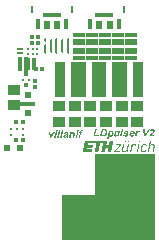
<source format=gts>
G04*
G04 #@! TF.GenerationSoftware,Altium Limited,Altium Designer,25.0.2 (28)*
G04*
G04 Layer_Color=8388736*
%FSLAX44Y44*%
%MOMM*%
G71*
G04*
G04 #@! TF.SameCoordinates,54A35FAF-5F68-4BCB-90B9-8CF1E0348433*
G04*
G04*
G04 #@! TF.FilePolarity,Negative*
G04*
G01*
G75*
G04:AMPARAMS|DCode=11|XSize=0.28mm|YSize=0.23mm|CornerRadius=0.115mm|HoleSize=0mm|Usage=FLASHONLY|Rotation=90.000|XOffset=0mm|YOffset=0mm|HoleType=Round|Shape=RoundedRectangle|*
%AMROUNDEDRECTD11*
21,1,0.2800,0.0000,0,0,90.0*
21,1,0.0500,0.2300,0,0,90.0*
1,1,0.2300,0.0000,0.0250*
1,1,0.2300,0.0000,-0.0250*
1,1,0.2300,0.0000,-0.0250*
1,1,0.2300,0.0000,0.0250*
%
%ADD11ROUNDEDRECTD11*%
G04:AMPARAMS|DCode=12|XSize=0.805mm|YSize=0.23mm|CornerRadius=0.115mm|HoleSize=0mm|Usage=FLASHONLY|Rotation=90.000|XOffset=0mm|YOffset=0mm|HoleType=Round|Shape=RoundedRectangle|*
%AMROUNDEDRECTD12*
21,1,0.8050,0.0000,0,0,90.0*
21,1,0.5750,0.2300,0,0,90.0*
1,1,0.2300,0.0000,0.2875*
1,1,0.2300,0.0000,-0.2875*
1,1,0.2300,0.0000,-0.2875*
1,1,0.2300,0.0000,0.2875*
%
%ADD12ROUNDEDRECTD12*%
G04:AMPARAMS|DCode=13|XSize=1.155mm|YSize=0.23mm|CornerRadius=0.115mm|HoleSize=0mm|Usage=FLASHONLY|Rotation=90.000|XOffset=0mm|YOffset=0mm|HoleType=Round|Shape=RoundedRectangle|*
%AMROUNDEDRECTD13*
21,1,1.1550,0.0000,0,0,90.0*
21,1,0.9250,0.2300,0,0,90.0*
1,1,0.2300,0.0000,0.4625*
1,1,0.2300,0.0000,-0.4625*
1,1,0.2300,0.0000,-0.4625*
1,1,0.2300,0.0000,0.4625*
%
%ADD13ROUNDEDRECTD13*%
G04:AMPARAMS|DCode=14|XSize=1.33mm|YSize=0.23mm|CornerRadius=0.115mm|HoleSize=0mm|Usage=FLASHONLY|Rotation=90.000|XOffset=0mm|YOffset=0mm|HoleType=Round|Shape=RoundedRectangle|*
%AMROUNDEDRECTD14*
21,1,1.3300,0.0000,0,0,90.0*
21,1,1.1000,0.2300,0,0,90.0*
1,1,0.2300,0.0000,0.5500*
1,1,0.2300,0.0000,-0.5500*
1,1,0.2300,0.0000,-0.5500*
1,1,0.2300,0.0000,0.5500*
%
%ADD14ROUNDEDRECTD14*%
%ADD15R,0.3500X0.3500*%
%ADD16R,1.0000X0.9000*%
%ADD17R,0.2500X0.2500*%
%ADD18R,0.3000X0.3000*%
%ADD19R,0.6000X0.6000*%
%ADD20R,1.2000X0.4000*%
G04:AMPARAMS|DCode=21|XSize=0.35mm|YSize=0.35mm|CornerRadius=0.0875mm|HoleSize=0mm|Usage=FLASHONLY|Rotation=90.000|XOffset=0mm|YOffset=0mm|HoleType=Round|Shape=RoundedRectangle|*
%AMROUNDEDRECTD21*
21,1,0.3500,0.1750,0,0,90.0*
21,1,0.1750,0.3500,0,0,90.0*
1,1,0.1750,0.0875,0.0875*
1,1,0.1750,0.0875,-0.0875*
1,1,0.1750,-0.0875,-0.0875*
1,1,0.1750,-0.0875,0.0875*
%
%ADD21ROUNDEDRECTD21*%
%ADD23R,0.3500X0.3500*%
%ADD24C,0.2200*%
G04:AMPARAMS|DCode=25|XSize=0.2064mm|YSize=0.5627mm|CornerRadius=0.0516mm|HoleSize=0mm|Usage=FLASHONLY|Rotation=270.000|XOffset=0mm|YOffset=0mm|HoleType=Round|Shape=RoundedRectangle|*
%AMROUNDEDRECTD25*
21,1,0.2064,0.4596,0,0,270.0*
21,1,0.1032,0.5627,0,0,270.0*
1,1,0.1032,-0.2298,-0.0516*
1,1,0.1032,-0.2298,0.0516*
1,1,0.1032,0.2298,0.0516*
1,1,0.1032,0.2298,-0.0516*
%
%ADD25ROUNDEDRECTD25*%
%ADD26R,0.5627X0.2064*%
%ADD27C,0.2500*%
%ADD28R,1.5500X0.3750*%
%ADD29R,0.3850X0.9500*%
%ADD30R,0.5600X0.7400*%
%ADD31R,0.9000X1.0000*%
%ADD32R,1.1200X0.3200*%
%ADD33R,1.1200X0.3230*%
%ADD34R,0.3850X0.8500*%
%ADD35R,1.0500X0.3200*%
%ADD36R,0.3250X1.1500*%
%ADD37R,0.3200X1.1200*%
%ADD38R,0.3230X1.1200*%
G36*
X107000Y194350D02*
X105000D01*
Y200350D01*
X107000D01*
Y194350D01*
D02*
G37*
G36*
X62500Y194350D02*
X60500D01*
Y200350D01*
X62500D01*
Y194350D01*
D02*
G37*
G36*
X29000D02*
X27000D01*
Y200350D01*
X29000D01*
Y194350D01*
D02*
G37*
G36*
X24500Y146000D02*
Y143750D01*
X21500D01*
Y146250D01*
X24500Y146000D01*
D02*
G37*
G36*
X20750Y115250D02*
X17250D01*
Y115500D01*
Y119250D01*
X20750D01*
Y115250D01*
D02*
G37*
G36*
X119529Y86283D02*
X119545D01*
Y86199D01*
X119529D01*
Y86131D01*
X119512D01*
Y86030D01*
X119495D01*
Y85946D01*
X119478D01*
Y85879D01*
X119461D01*
Y85778D01*
X119445D01*
Y85711D01*
X119428D01*
Y85610D01*
X119411D01*
Y85526D01*
X119394D01*
Y85459D01*
X119377D01*
Y85358D01*
X119361D01*
Y85291D01*
X119344D01*
Y85173D01*
X119327D01*
Y85122D01*
X119310D01*
Y85072D01*
X119293D01*
Y85055D01*
X118352D01*
Y85072D01*
X118335D01*
Y85173D01*
X118352D01*
Y85240D01*
X118369D01*
Y85341D01*
X118385D01*
Y85408D01*
X118402D01*
Y85492D01*
X118419D01*
Y85593D01*
X118436D01*
Y85644D01*
X118453D01*
Y85761D01*
X118470D01*
Y85829D01*
X118486D01*
Y85913D01*
X118503D01*
Y85997D01*
X118520D01*
Y86064D01*
X118537D01*
Y86182D01*
X118554D01*
Y86232D01*
X118570D01*
Y86283D01*
X118587D01*
Y86299D01*
X119529D01*
Y86283D01*
D02*
G37*
G36*
X109963D02*
X109980D01*
Y86199D01*
X109963D01*
Y86131D01*
X109946D01*
Y86030D01*
X109929D01*
Y85963D01*
X109913D01*
Y85879D01*
X109896D01*
Y85778D01*
X109879D01*
Y85711D01*
X109862D01*
Y85610D01*
X109845D01*
Y85543D01*
X109828D01*
Y85442D01*
X109812D01*
Y85358D01*
X109795D01*
Y85291D01*
X109778D01*
Y85173D01*
X109761D01*
Y85122D01*
X109744D01*
Y85072D01*
X109727D01*
Y85055D01*
X108786D01*
Y85072D01*
X108769D01*
Y85173D01*
X108786D01*
Y85240D01*
X108803D01*
Y85324D01*
X108820D01*
Y85425D01*
X108836D01*
Y85476D01*
X108853D01*
Y85593D01*
X108870D01*
Y85660D01*
X108887D01*
Y85761D01*
X108904D01*
Y85829D01*
X108921D01*
Y85896D01*
X108937D01*
Y86013D01*
X108954D01*
Y86064D01*
X108971D01*
Y86182D01*
X108988D01*
Y86249D01*
X109005D01*
Y86283D01*
X109022D01*
Y86299D01*
X109963D01*
Y86283D01*
D02*
G37*
G36*
X107340D02*
X107357D01*
Y86199D01*
X107340D01*
Y86131D01*
X107324D01*
Y86030D01*
X107307D01*
Y85963D01*
X107290D01*
Y85879D01*
X107273D01*
Y85778D01*
X107256D01*
Y85728D01*
X107239D01*
Y85610D01*
X107223D01*
Y85543D01*
X107206D01*
Y85442D01*
X107189D01*
Y85358D01*
X107172D01*
Y85291D01*
X107155D01*
Y85190D01*
X107139D01*
Y85122D01*
X107122D01*
Y85072D01*
X107105D01*
Y85055D01*
X106164D01*
Y85072D01*
X106147D01*
Y85173D01*
X106164D01*
Y85240D01*
X106180D01*
Y85324D01*
X106197D01*
Y85425D01*
X106214D01*
Y85476D01*
X106231D01*
Y85593D01*
X106248D01*
Y85660D01*
X106264D01*
Y85761D01*
X106281D01*
Y85829D01*
X106298D01*
Y85896D01*
X106315D01*
Y86013D01*
X106332D01*
Y86064D01*
X106348D01*
Y86182D01*
X106365D01*
Y86249D01*
X106382D01*
Y86283D01*
X106399D01*
Y86299D01*
X107340D01*
Y86283D01*
D02*
G37*
G36*
X115191Y83273D02*
X115376D01*
Y83256D01*
X115460D01*
Y83240D01*
X115527D01*
Y83223D01*
X115612D01*
Y83206D01*
X115645D01*
Y83189D01*
X115712D01*
Y83172D01*
X115746D01*
Y83155D01*
X115796D01*
Y83139D01*
X115847D01*
Y83122D01*
X115864D01*
Y83105D01*
X115914D01*
Y83088D01*
X115931D01*
Y83071D01*
X115982D01*
Y83055D01*
X115998D01*
Y83038D01*
X116032D01*
Y83021D01*
X116066D01*
Y83004D01*
X116082D01*
Y82987D01*
X116116D01*
Y82971D01*
X116133D01*
Y82954D01*
X116166D01*
Y82937D01*
X116183D01*
Y82920D01*
X116200D01*
Y82903D01*
X116234D01*
Y82870D01*
X116267D01*
Y82853D01*
X116284D01*
Y82836D01*
X116301D01*
Y82819D01*
X116318D01*
Y82802D01*
X116334D01*
Y82786D01*
X116351D01*
Y82769D01*
X116368D01*
Y82752D01*
X116385D01*
Y82735D01*
X116402D01*
Y82718D01*
X116419D01*
Y82702D01*
X116435D01*
Y82685D01*
X116452D01*
Y82668D01*
X116469D01*
Y82634D01*
X116452D01*
Y82618D01*
X116435D01*
Y82601D01*
X116419D01*
Y82584D01*
X116402D01*
Y82567D01*
X116385D01*
Y82550D01*
X116351D01*
Y82534D01*
X116334D01*
Y82517D01*
X116318D01*
Y82500D01*
X116301D01*
Y82483D01*
X116284D01*
Y82466D01*
X116267D01*
Y82450D01*
X116250D01*
Y82433D01*
X116234D01*
Y82416D01*
X116200D01*
Y82399D01*
X116183D01*
Y82382D01*
X116166D01*
Y82365D01*
X116150D01*
Y82349D01*
X116133D01*
Y82332D01*
X116116D01*
Y82315D01*
X116099D01*
Y82298D01*
X116082D01*
Y82281D01*
X116066D01*
Y82265D01*
X116032D01*
Y82248D01*
X116015D01*
Y82231D01*
X115998D01*
Y82214D01*
X115982D01*
Y82197D01*
X115965D01*
Y82181D01*
X115948D01*
Y82164D01*
X115931D01*
Y82147D01*
X115914D01*
Y82130D01*
X115881D01*
Y82113D01*
X115864D01*
Y82096D01*
X115847D01*
Y82080D01*
X115830D01*
Y82063D01*
X115813D01*
Y82046D01*
X115796D01*
Y82029D01*
X115780D01*
Y82012D01*
X115763D01*
Y81996D01*
X115746D01*
Y81979D01*
X115712D01*
Y81945D01*
X115662D01*
Y81962D01*
X115645D01*
Y81979D01*
X115628D01*
Y82012D01*
X115612D01*
Y82029D01*
X115595D01*
Y82046D01*
X115578D01*
Y82063D01*
X115561D01*
Y82080D01*
X115544D01*
Y82096D01*
X115527D01*
Y82113D01*
X115511D01*
Y82130D01*
X115494D01*
Y82147D01*
X115477D01*
Y82164D01*
X115460D01*
Y82181D01*
X115427D01*
Y82197D01*
X115410D01*
Y82214D01*
X115376D01*
Y82231D01*
X115359D01*
Y82248D01*
X115343D01*
Y82265D01*
X115292D01*
Y82281D01*
X115275D01*
Y82298D01*
X115242D01*
Y82315D01*
X115208D01*
Y82332D01*
X115158D01*
Y82349D01*
X115107D01*
Y82365D01*
X115074D01*
Y82382D01*
X114973D01*
Y82399D01*
X114906D01*
Y82416D01*
X114536D01*
Y82399D01*
X114452D01*
Y82382D01*
X114351D01*
Y82365D01*
X114300D01*
Y82349D01*
X114233D01*
Y82332D01*
X114183D01*
Y82315D01*
X114149D01*
Y82298D01*
X114082D01*
Y82281D01*
X114065D01*
Y82265D01*
X114015D01*
Y82248D01*
X113981D01*
Y82231D01*
X113947D01*
Y82214D01*
X113914D01*
Y82197D01*
X113897D01*
Y82181D01*
X113846D01*
Y82164D01*
X113830D01*
Y82147D01*
X113796D01*
Y82130D01*
X113779D01*
Y82113D01*
X113745D01*
Y82096D01*
X113729D01*
Y82080D01*
X113712D01*
Y82063D01*
X113678D01*
Y82046D01*
X113661D01*
Y82029D01*
X113628D01*
Y82012D01*
X113611D01*
Y81996D01*
X113594D01*
Y81979D01*
X113577D01*
Y81962D01*
X113561D01*
Y81945D01*
X113544D01*
Y81928D01*
X113510D01*
Y81911D01*
X113493D01*
Y81895D01*
X113476D01*
Y81878D01*
X113460D01*
Y81861D01*
X113443D01*
Y81844D01*
X113426D01*
Y81827D01*
X113409D01*
Y81811D01*
X113392D01*
Y81794D01*
X113376D01*
Y81760D01*
X113359D01*
Y81743D01*
X113342D01*
Y81727D01*
X113325D01*
Y81710D01*
X113308D01*
Y81693D01*
X113292D01*
Y81659D01*
X113275D01*
Y81643D01*
X113258D01*
Y81626D01*
X113241D01*
Y81609D01*
X113224D01*
Y81575D01*
X113208D01*
Y81559D01*
X113191D01*
Y81542D01*
X113174D01*
Y81508D01*
X113157D01*
Y81491D01*
X113140D01*
Y81458D01*
X113124D01*
Y81424D01*
X113107D01*
Y81407D01*
X113090D01*
Y81374D01*
X113073D01*
Y81340D01*
X113056D01*
Y81306D01*
X113039D01*
Y81273D01*
X113023D01*
Y81256D01*
X113006D01*
Y81205D01*
X112989D01*
Y81189D01*
X112972D01*
Y81138D01*
X112955D01*
Y81104D01*
X112939D01*
Y81054D01*
X112922D01*
Y81004D01*
X112905D01*
Y80987D01*
X112888D01*
Y80920D01*
X112871D01*
Y80869D01*
X112854D01*
Y80819D01*
X112838D01*
Y80751D01*
X112821D01*
Y80701D01*
X112804D01*
Y80600D01*
X112787D01*
Y80550D01*
X112770D01*
Y80432D01*
X112754D01*
Y80365D01*
X112737D01*
Y80281D01*
X112720D01*
Y80180D01*
X112703D01*
Y80129D01*
X112686D01*
Y80012D01*
X112670D01*
Y79945D01*
X112653D01*
Y79844D01*
X112636D01*
Y79760D01*
X112619D01*
Y79709D01*
X112602D01*
Y79591D01*
X112585D01*
Y79524D01*
X112569D01*
Y79423D01*
X112552D01*
Y79356D01*
X112535D01*
Y79272D01*
X112518D01*
Y79171D01*
X112501D01*
Y79104D01*
X112485D01*
Y79003D01*
X112468D01*
Y78936D01*
X112451D01*
Y78835D01*
X112434D01*
Y78751D01*
X112417D01*
Y78684D01*
X112401D01*
Y78566D01*
X112384D01*
Y78516D01*
X112367D01*
Y78398D01*
X112350D01*
Y78331D01*
X112333D01*
Y78263D01*
X112317D01*
Y78146D01*
X112300D01*
Y78095D01*
X112283D01*
Y77978D01*
X112266D01*
Y77910D01*
X112249D01*
Y77826D01*
X112233D01*
Y77742D01*
X112216D01*
Y77675D01*
X112199D01*
Y77557D01*
X112182D01*
Y77507D01*
X112165D01*
Y77389D01*
X112148D01*
Y77322D01*
X112132D01*
Y77238D01*
X112115D01*
Y77137D01*
X112098D01*
Y77087D01*
X112081D01*
Y76969D01*
X112064D01*
Y76902D01*
X112048D01*
Y76801D01*
X112031D01*
Y76717D01*
X112014D01*
Y76649D01*
X111997D01*
Y76549D01*
X111980D01*
Y76481D01*
X111964D01*
Y76465D01*
X111947D01*
Y76448D01*
X111005D01*
Y76465D01*
X110988D01*
Y76532D01*
X111005D01*
Y76599D01*
X111022D01*
Y76683D01*
X111039D01*
Y76784D01*
X111056D01*
Y76834D01*
X111073D01*
Y76952D01*
X111089D01*
Y77019D01*
X111106D01*
Y77120D01*
X111123D01*
Y77204D01*
X111140D01*
Y77271D01*
X111157D01*
Y77372D01*
X111173D01*
Y77440D01*
X111190D01*
Y77557D01*
X111207D01*
Y77608D01*
X111224D01*
Y77692D01*
X111241D01*
Y77793D01*
X111257D01*
Y77860D01*
X111274D01*
Y77978D01*
X111291D01*
Y78028D01*
X111308D01*
Y78129D01*
X111325D01*
Y78213D01*
X111341D01*
Y78280D01*
X111358D01*
Y78398D01*
X111375D01*
Y78448D01*
X111392D01*
Y78566D01*
X111409D01*
Y78633D01*
X111426D01*
Y78717D01*
X111442D01*
Y78818D01*
X111459D01*
Y78869D01*
X111476D01*
Y78986D01*
X111493D01*
Y79037D01*
X111510D01*
Y79154D01*
X111526D01*
Y79222D01*
X111543D01*
Y79289D01*
X111560D01*
Y79407D01*
X111577D01*
Y79457D01*
X111594D01*
Y79575D01*
X111610D01*
Y79642D01*
X111627D01*
Y79726D01*
X111644D01*
Y79827D01*
X111661D01*
Y79877D01*
X111678D01*
Y79995D01*
X111694D01*
Y80062D01*
X111711D01*
Y80163D01*
X111728D01*
Y80247D01*
X111745D01*
Y80314D01*
X111762D01*
Y80415D01*
X111779D01*
Y80483D01*
X111795D01*
Y80600D01*
X111812D01*
Y80651D01*
X111829D01*
Y80735D01*
X111846D01*
Y80836D01*
X111863D01*
Y80903D01*
X111879D01*
Y81020D01*
X111896D01*
Y81071D01*
X111913D01*
Y81172D01*
X111930D01*
Y81256D01*
X111947D01*
Y81323D01*
X111964D01*
Y81441D01*
X111980D01*
Y81491D01*
X111997D01*
Y81609D01*
X112014D01*
Y81676D01*
X112031D01*
Y81760D01*
X112048D01*
Y81861D01*
X112064D01*
Y81911D01*
X112081D01*
Y82029D01*
X112098D01*
Y82096D01*
X112115D01*
Y82197D01*
X112132D01*
Y82265D01*
X112148D01*
Y82332D01*
X112165D01*
Y82450D01*
X112182D01*
Y82500D01*
X112199D01*
Y82618D01*
X112216D01*
Y82685D01*
X112233D01*
Y82769D01*
X112249D01*
Y82870D01*
X112266D01*
Y82920D01*
X112283D01*
Y83038D01*
X112300D01*
Y83105D01*
X112317D01*
Y83189D01*
X112333D01*
Y83206D01*
X113292D01*
Y83122D01*
X113275D01*
Y83055D01*
X113258D01*
Y82971D01*
X113241D01*
Y82887D01*
X113224D01*
Y82819D01*
X113208D01*
Y82702D01*
X113191D01*
Y82651D01*
X113174D01*
Y82550D01*
X113157D01*
Y82483D01*
X113174D01*
Y82500D01*
X113208D01*
Y82517D01*
X113224D01*
Y82550D01*
X113241D01*
Y82567D01*
X113258D01*
Y82584D01*
X113275D01*
Y82601D01*
X113292D01*
Y82618D01*
X113308D01*
Y82634D01*
X113325D01*
Y82651D01*
X113342D01*
Y82668D01*
X113359D01*
Y82685D01*
X113376D01*
Y82702D01*
X113392D01*
Y82718D01*
X113409D01*
Y82735D01*
X113443D01*
Y82752D01*
X113460D01*
Y82769D01*
X113476D01*
Y82786D01*
X113493D01*
Y82802D01*
X113510D01*
Y82819D01*
X113544D01*
Y82836D01*
X113561D01*
Y82853D01*
X113577D01*
Y82870D01*
X113611D01*
Y82887D01*
X113628D01*
Y82903D01*
X113661D01*
Y82920D01*
X113695D01*
Y82937D01*
X113712D01*
Y82954D01*
X113745D01*
Y82971D01*
X113762D01*
Y82987D01*
X113813D01*
Y83004D01*
X113830D01*
Y83021D01*
X113863D01*
Y83038D01*
X113897D01*
Y83055D01*
X113930D01*
Y83071D01*
X113981D01*
Y83088D01*
X113998D01*
Y83105D01*
X114065D01*
Y83122D01*
X114082D01*
Y83139D01*
X114132D01*
Y83155D01*
X114199D01*
Y83172D01*
X114233D01*
Y83189D01*
X114300D01*
Y83206D01*
X114351D01*
Y83223D01*
X114435D01*
Y83240D01*
X114519D01*
Y83256D01*
X114603D01*
Y83273D01*
X114805D01*
Y83290D01*
X115191D01*
Y83273D01*
D02*
G37*
G36*
X96816Y86283D02*
X96833D01*
Y86182D01*
X96816D01*
Y86114D01*
X96799D01*
Y86030D01*
X96783D01*
Y85946D01*
X96766D01*
Y85879D01*
X96749D01*
Y85761D01*
X96732D01*
Y85711D01*
X96715D01*
Y85610D01*
X96699D01*
Y85526D01*
X96682D01*
Y85459D01*
X96665D01*
Y85358D01*
X96648D01*
Y85291D01*
X96631D01*
Y85190D01*
X96615D01*
Y85122D01*
X96598D01*
Y85038D01*
X96581D01*
Y84938D01*
X96564D01*
Y84870D01*
X96547D01*
Y84769D01*
X96530D01*
Y84702D01*
X96514D01*
Y84601D01*
X96497D01*
Y84517D01*
X96480D01*
Y84450D01*
X96463D01*
Y84349D01*
X96446D01*
Y84282D01*
X96430D01*
Y84181D01*
X96413D01*
Y84114D01*
X96396D01*
Y84030D01*
X96379D01*
Y83929D01*
X96362D01*
Y83878D01*
X96346D01*
Y83761D01*
X96329D01*
Y83694D01*
X96312D01*
Y83593D01*
X96295D01*
Y83525D01*
X96278D01*
Y83458D01*
X96261D01*
Y83341D01*
X96245D01*
Y83290D01*
X96228D01*
Y83172D01*
X96211D01*
Y83105D01*
X96194D01*
Y83021D01*
X96177D01*
Y82937D01*
X96161D01*
Y82870D01*
X96144D01*
Y82752D01*
X96127D01*
Y82702D01*
X96110D01*
Y82584D01*
X96093D01*
Y82517D01*
X96076D01*
Y82450D01*
X96060D01*
Y82332D01*
X96043D01*
Y82281D01*
X96026D01*
Y82164D01*
X96009D01*
Y82096D01*
X95992D01*
Y82012D01*
X95976D01*
Y81928D01*
X95959D01*
Y81861D01*
X95942D01*
Y81743D01*
X95925D01*
Y81693D01*
X95908D01*
Y81592D01*
X95892D01*
Y81508D01*
X95875D01*
Y81441D01*
X95858D01*
Y81340D01*
X95841D01*
Y81273D01*
X95824D01*
Y81172D01*
X95808D01*
Y81104D01*
X95791D01*
Y81020D01*
X95774D01*
Y80920D01*
X95757D01*
Y80852D01*
X95740D01*
Y80751D01*
X95723D01*
Y80684D01*
X95707D01*
Y80583D01*
X95690D01*
Y80516D01*
X95673D01*
Y80432D01*
X95656D01*
Y80331D01*
X95639D01*
Y80264D01*
X95623D01*
Y80163D01*
X95606D01*
Y80096D01*
X95589D01*
Y80012D01*
X95572D01*
Y79911D01*
X95555D01*
Y79861D01*
X95539D01*
Y79743D01*
X95522D01*
Y79676D01*
X95505D01*
Y79575D01*
X95488D01*
Y79507D01*
X95471D01*
Y79440D01*
X95455D01*
Y79323D01*
X95438D01*
Y79272D01*
X95421D01*
Y79154D01*
X95404D01*
Y79087D01*
X95387D01*
Y79003D01*
X95370D01*
Y78919D01*
X95354D01*
Y78852D01*
X95337D01*
Y78734D01*
X95320D01*
Y78684D01*
X95303D01*
Y78583D01*
X95286D01*
Y78499D01*
X95270D01*
Y78432D01*
X95253D01*
Y78314D01*
X95236D01*
Y78263D01*
X95219D01*
Y78146D01*
X95202D01*
Y78095D01*
X95185D01*
Y77994D01*
X95169D01*
Y77910D01*
X95152D01*
Y77843D01*
X95135D01*
Y77725D01*
X95118D01*
Y77675D01*
X95101D01*
Y77574D01*
X95085D01*
Y77490D01*
X95068D01*
Y77423D01*
X95051D01*
Y77322D01*
X95034D01*
Y77255D01*
X95017D01*
Y77154D01*
X95001D01*
Y77087D01*
X94984D01*
Y77003D01*
X94967D01*
Y76902D01*
X94950D01*
Y76851D01*
X94933D01*
Y76733D01*
X94916D01*
Y76666D01*
X94900D01*
Y76565D01*
X94883D01*
Y76481D01*
X94866D01*
Y76465D01*
X94849D01*
Y76448D01*
X91806D01*
Y76465D01*
X91790D01*
Y76498D01*
X91806D01*
Y76565D01*
X91823D01*
Y76666D01*
X91840D01*
Y76733D01*
X91857D01*
Y76818D01*
X91874D01*
Y76919D01*
X91890D01*
Y76969D01*
X91907D01*
Y77087D01*
X91924D01*
Y77154D01*
X91941D01*
Y77255D01*
X91958D01*
Y77339D01*
X91974D01*
Y77406D01*
X91991D01*
Y77507D01*
X92008D01*
Y77574D01*
X92025D01*
Y77675D01*
X92042D01*
Y77742D01*
X92058D01*
Y77826D01*
X92075D01*
Y77927D01*
X92092D01*
Y77994D01*
X92109D01*
Y78112D01*
X92126D01*
Y78162D01*
X92143D01*
Y78263D01*
X92159D01*
Y78347D01*
X92176D01*
Y78415D01*
X92193D01*
Y78532D01*
X92210D01*
Y78583D01*
X92227D01*
Y78700D01*
X92243D01*
Y78768D01*
X92260D01*
Y78835D01*
X92277D01*
Y78953D01*
X92294D01*
Y79003D01*
X92311D01*
Y79121D01*
X92327D01*
Y79171D01*
X92344D01*
Y79272D01*
X92361D01*
Y79356D01*
X92378D01*
Y79423D01*
X92395D01*
Y79541D01*
X92412D01*
Y79591D01*
X92428D01*
Y79709D01*
X92445D01*
Y79776D01*
X92462D01*
Y79844D01*
X92479D01*
Y79961D01*
X92496D01*
Y80012D01*
X92512D01*
Y80129D01*
X92529D01*
Y80197D01*
X92546D01*
Y80264D01*
X90344D01*
Y80230D01*
X90327D01*
Y80163D01*
X90310D01*
Y80096D01*
X90293D01*
Y79978D01*
X90276D01*
Y79928D01*
X90260D01*
Y79827D01*
X90243D01*
Y79743D01*
X90226D01*
Y79676D01*
X90209D01*
Y79558D01*
X90192D01*
Y79507D01*
X90176D01*
Y79390D01*
X90159D01*
Y79323D01*
X90142D01*
Y79238D01*
X90125D01*
Y79154D01*
X90108D01*
Y79087D01*
X90092D01*
Y78969D01*
X90075D01*
Y78919D01*
X90058D01*
Y78801D01*
X90041D01*
Y78734D01*
X90024D01*
Y78667D01*
X90007D01*
Y78549D01*
X89991D01*
Y78499D01*
X89974D01*
Y78381D01*
X89957D01*
Y78314D01*
X89940D01*
Y78230D01*
X89923D01*
Y78129D01*
X89907D01*
Y78078D01*
X89890D01*
Y77961D01*
X89873D01*
Y77894D01*
X89856D01*
Y77793D01*
X89839D01*
Y77725D01*
X89823D01*
Y77641D01*
X89806D01*
Y77540D01*
X89789D01*
Y77473D01*
X89772D01*
Y77372D01*
X89755D01*
Y77305D01*
X89739D01*
Y77221D01*
X89722D01*
Y77120D01*
X89705D01*
Y77053D01*
X89688D01*
Y76935D01*
X89671D01*
Y76885D01*
X89655D01*
Y76784D01*
X89638D01*
Y76700D01*
X89621D01*
Y76633D01*
X89604D01*
Y76532D01*
X89587D01*
Y76465D01*
X89554D01*
Y76448D01*
X86528D01*
Y76465D01*
X86511D01*
Y76532D01*
X86528D01*
Y76599D01*
X86544D01*
Y76717D01*
X86561D01*
Y76767D01*
X86578D01*
Y76885D01*
X86595D01*
Y76952D01*
X86612D01*
Y77019D01*
X86628D01*
Y77120D01*
X86645D01*
Y77188D01*
X86662D01*
Y77305D01*
X86679D01*
Y77355D01*
X86696D01*
Y77456D01*
X86713D01*
Y77540D01*
X86729D01*
Y77608D01*
X86746D01*
Y77725D01*
X86763D01*
Y77776D01*
X86780D01*
Y77877D01*
X86797D01*
Y77961D01*
X86813D01*
Y78028D01*
X86830D01*
Y78129D01*
X86847D01*
Y78196D01*
X86864D01*
Y78297D01*
X86881D01*
Y78364D01*
X86897D01*
Y78465D01*
X86914D01*
Y78549D01*
X86931D01*
Y78600D01*
X86948D01*
Y78717D01*
X86965D01*
Y78785D01*
X86981D01*
Y78885D01*
X86998D01*
Y78953D01*
X87015D01*
Y79037D01*
X87032D01*
Y79138D01*
X87049D01*
Y79188D01*
X87065D01*
Y79306D01*
X87082D01*
Y79373D01*
X87099D01*
Y79457D01*
X87116D01*
Y79558D01*
X87133D01*
Y79608D01*
X87149D01*
Y79726D01*
X87166D01*
Y79776D01*
X87183D01*
Y79894D01*
X87200D01*
Y79961D01*
X87217D01*
Y80029D01*
X87234D01*
Y80146D01*
X87250D01*
Y80197D01*
X87267D01*
Y80314D01*
X87284D01*
Y80382D01*
X87301D01*
Y80466D01*
X87318D01*
Y80550D01*
X87334D01*
Y80617D01*
X87351D01*
Y80735D01*
X87368D01*
Y80785D01*
X87385D01*
Y80903D01*
X87402D01*
Y80970D01*
X87418D01*
Y81037D01*
X87435D01*
Y81138D01*
X87452D01*
Y81205D01*
X87469D01*
Y81323D01*
X87486D01*
Y81374D01*
X87503D01*
Y81474D01*
X87519D01*
Y81559D01*
X87536D01*
Y81626D01*
X87553D01*
Y81743D01*
X87570D01*
Y81794D01*
X87587D01*
Y81895D01*
X87604D01*
Y81979D01*
X87620D01*
Y82046D01*
X87637D01*
Y82147D01*
X87654D01*
Y82214D01*
X87671D01*
Y82315D01*
X87688D01*
Y82382D01*
X87704D01*
Y82466D01*
X87721D01*
Y82567D01*
X87738D01*
Y82618D01*
X87755D01*
Y82735D01*
X87772D01*
Y82802D01*
X87788D01*
Y82903D01*
X87805D01*
Y82971D01*
X87822D01*
Y83055D01*
X87839D01*
Y83155D01*
X87856D01*
Y83206D01*
X87872D01*
Y83324D01*
X87889D01*
Y83391D01*
X87906D01*
Y83475D01*
X87923D01*
Y83576D01*
X87940D01*
Y83626D01*
X87956D01*
Y83744D01*
X87973D01*
Y83794D01*
X87990D01*
Y83811D01*
X87973D01*
Y83828D01*
X85401D01*
Y83778D01*
X85384D01*
Y83710D01*
X85367D01*
Y83593D01*
X85351D01*
Y83542D01*
X85334D01*
Y83425D01*
X85317D01*
Y83357D01*
X85300D01*
Y83273D01*
X85283D01*
Y83189D01*
X85267D01*
Y83122D01*
X85250D01*
Y83004D01*
X85233D01*
Y82954D01*
X85216D01*
Y82853D01*
X85199D01*
Y82769D01*
X85183D01*
Y82702D01*
X85166D01*
Y82584D01*
X85149D01*
Y82534D01*
X85132D01*
Y82416D01*
X85115D01*
Y82365D01*
X85098D01*
Y82265D01*
X85082D01*
Y82181D01*
X85065D01*
Y82113D01*
X85048D01*
Y81996D01*
X85031D01*
Y81945D01*
X85014D01*
Y81844D01*
X84998D01*
Y81760D01*
X84981D01*
Y81693D01*
X84964D01*
Y81592D01*
X84947D01*
Y81525D01*
X84930D01*
Y81424D01*
X84914D01*
Y81357D01*
X84897D01*
Y81256D01*
X84880D01*
Y81172D01*
X84863D01*
Y81121D01*
X84846D01*
Y81004D01*
X84830D01*
Y80936D01*
X84813D01*
Y80836D01*
X84796D01*
Y80768D01*
X84779D01*
Y80684D01*
X84762D01*
Y80583D01*
X84746D01*
Y80533D01*
X84729D01*
Y80415D01*
X84712D01*
Y80348D01*
X84695D01*
Y80264D01*
X84678D01*
Y80163D01*
X84661D01*
Y80113D01*
X84645D01*
Y79995D01*
X84628D01*
Y79928D01*
X84611D01*
Y79827D01*
X84594D01*
Y79760D01*
X84577D01*
Y79692D01*
X84561D01*
Y79575D01*
X84544D01*
Y79524D01*
X84527D01*
Y79407D01*
X84510D01*
Y79339D01*
X84493D01*
Y79255D01*
X84476D01*
Y79171D01*
X84460D01*
Y79104D01*
X84443D01*
Y78986D01*
X84426D01*
Y78936D01*
X84409D01*
Y78818D01*
X84392D01*
Y78751D01*
X84376D01*
Y78684D01*
X84359D01*
Y78583D01*
X84342D01*
Y78516D01*
X84325D01*
Y78398D01*
X84308D01*
Y78347D01*
X84292D01*
Y78247D01*
X84275D01*
Y78162D01*
X84258D01*
Y78095D01*
X84241D01*
Y77978D01*
X84224D01*
Y77927D01*
X84207D01*
Y77826D01*
X84191D01*
Y77742D01*
X84174D01*
Y77675D01*
X84157D01*
Y77574D01*
X84140D01*
Y77507D01*
X84123D01*
Y77406D01*
X84107D01*
Y77339D01*
X84090D01*
Y77238D01*
X84073D01*
Y77154D01*
X84056D01*
Y77087D01*
X84039D01*
Y76986D01*
X84023D01*
Y76919D01*
X84006D01*
Y76818D01*
X83989D01*
Y76750D01*
X83972D01*
Y76666D01*
X83955D01*
Y76565D01*
X83939D01*
Y76498D01*
X83922D01*
Y76465D01*
X83905D01*
Y76448D01*
X80862D01*
Y76465D01*
X80845D01*
Y76498D01*
X80862D01*
Y76582D01*
X80879D01*
Y76633D01*
X80896D01*
Y76750D01*
X80913D01*
Y76818D01*
X80929D01*
Y76919D01*
X80946D01*
Y76986D01*
X80963D01*
Y77053D01*
X80980D01*
Y77171D01*
X80997D01*
Y77221D01*
X81013D01*
Y77339D01*
X81030D01*
Y77406D01*
X81047D01*
Y77490D01*
X81064D01*
Y77574D01*
X81081D01*
Y77641D01*
X81097D01*
Y77759D01*
X81114D01*
Y77810D01*
X81131D01*
Y77927D01*
X81148D01*
Y77994D01*
X81165D01*
Y78062D01*
X81181D01*
Y78179D01*
X81198D01*
Y78230D01*
X81215D01*
Y78347D01*
X81232D01*
Y78398D01*
X81249D01*
Y78499D01*
X81265D01*
Y78583D01*
X81282D01*
Y78650D01*
X81299D01*
Y78768D01*
X81316D01*
Y78818D01*
X81333D01*
Y78919D01*
X81349D01*
Y79003D01*
X81366D01*
Y79070D01*
X81383D01*
Y79171D01*
X81400D01*
Y79238D01*
X81417D01*
Y79356D01*
X81434D01*
Y79407D01*
X81450D01*
Y79491D01*
X81467D01*
Y79591D01*
X81484D01*
Y79659D01*
X81501D01*
Y79760D01*
X81518D01*
Y79827D01*
X81535D01*
Y79928D01*
X81551D01*
Y79995D01*
X81568D01*
Y80079D01*
X81585D01*
Y80180D01*
X81602D01*
Y80247D01*
X81619D01*
Y80348D01*
X81635D01*
Y80415D01*
X81652D01*
Y80499D01*
X81669D01*
Y80600D01*
X81686D01*
Y80651D01*
X81703D01*
Y80768D01*
X81719D01*
Y80836D01*
X81736D01*
Y80936D01*
X81753D01*
Y81004D01*
X81770D01*
Y81071D01*
X81787D01*
Y81189D01*
X81804D01*
Y81239D01*
X81820D01*
Y81357D01*
X81837D01*
Y81424D01*
X81854D01*
Y81508D01*
X81871D01*
Y81592D01*
X81888D01*
Y81659D01*
X81904D01*
Y81777D01*
X81921D01*
Y81827D01*
X81938D01*
Y81945D01*
X81955D01*
Y82012D01*
X81972D01*
Y82080D01*
X81988D01*
Y82181D01*
X82005D01*
Y82248D01*
X82022D01*
Y82365D01*
X82039D01*
Y82416D01*
X82056D01*
Y82517D01*
X82072D01*
Y82601D01*
X82089D01*
Y82668D01*
X82106D01*
Y82786D01*
X82123D01*
Y82836D01*
X82140D01*
Y82937D01*
X82156D01*
Y83021D01*
X82173D01*
Y83088D01*
X82190D01*
Y83189D01*
X82207D01*
Y83256D01*
X82224D01*
Y83374D01*
X82241D01*
Y83425D01*
X82257D01*
Y83509D01*
X82274D01*
Y83610D01*
X82291D01*
Y83677D01*
X82308D01*
Y83778D01*
X82325D01*
Y83828D01*
X75314D01*
Y83811D01*
X75297D01*
Y83744D01*
X75280D01*
Y83643D01*
X75264D01*
Y83576D01*
X75247D01*
Y83458D01*
X75230D01*
Y83391D01*
X75213D01*
Y83307D01*
X75196D01*
Y83223D01*
X75180D01*
Y83155D01*
X75163D01*
Y83038D01*
X75146D01*
Y82987D01*
X75129D01*
Y82870D01*
X75112D01*
Y82802D01*
X75096D01*
Y82718D01*
X75079D01*
Y82618D01*
X75062D01*
Y82567D01*
X75045D01*
Y82483D01*
X79450D01*
Y82466D01*
X79467D01*
Y82416D01*
X79450D01*
Y82332D01*
X79433D01*
Y82248D01*
X79416D01*
Y82181D01*
X79399D01*
Y82080D01*
X79383D01*
Y82012D01*
X79366D01*
Y81911D01*
X79349D01*
Y81844D01*
X79332D01*
Y81760D01*
X79315D01*
Y81659D01*
X79299D01*
Y81609D01*
X79282D01*
Y81491D01*
X79265D01*
Y81424D01*
X79248D01*
Y81340D01*
X79231D01*
Y81256D01*
X79215D01*
Y81189D01*
X79198D01*
Y81071D01*
X79181D01*
Y81020D01*
X79164D01*
Y80903D01*
X79147D01*
Y80836D01*
X79130D01*
Y80768D01*
X79114D01*
Y80651D01*
X79097D01*
Y80600D01*
X79080D01*
Y80483D01*
X79063D01*
Y80432D01*
X79046D01*
Y80331D01*
X79030D01*
Y80281D01*
X79013D01*
Y80264D01*
X74608D01*
Y80247D01*
X74591D01*
Y80197D01*
X74574D01*
Y80129D01*
X74558D01*
Y80012D01*
X74541D01*
Y79961D01*
X74524D01*
Y79844D01*
X74507D01*
Y79776D01*
X74490D01*
Y79692D01*
X74474D01*
Y79591D01*
X74457D01*
Y79541D01*
X74440D01*
Y79423D01*
X74423D01*
Y79356D01*
X74406D01*
Y79255D01*
X74390D01*
Y79171D01*
X74373D01*
Y79104D01*
X74356D01*
Y78986D01*
X74339D01*
Y78953D01*
X74322D01*
Y78936D01*
X74339D01*
Y78919D01*
X78744D01*
Y78902D01*
X78761D01*
Y78869D01*
X78744D01*
Y78801D01*
X78727D01*
Y78734D01*
X78710D01*
Y78616D01*
X78693D01*
Y78566D01*
X78677D01*
Y78448D01*
X78660D01*
Y78381D01*
X78643D01*
Y78297D01*
X78626D01*
Y78213D01*
X78609D01*
Y78146D01*
X78593D01*
Y78028D01*
X78576D01*
Y77978D01*
X78559D01*
Y77860D01*
X78542D01*
Y77793D01*
X78525D01*
Y77725D01*
X78508D01*
Y77608D01*
X78492D01*
Y77557D01*
X78475D01*
Y77440D01*
X78458D01*
Y77372D01*
X78441D01*
Y77288D01*
X78424D01*
Y77204D01*
X78408D01*
Y77137D01*
X78391D01*
Y77019D01*
X78374D01*
Y76969D01*
X78357D01*
Y76851D01*
X78340D01*
Y76784D01*
X78323D01*
Y76717D01*
X78307D01*
Y76599D01*
X78290D01*
Y76549D01*
X78273D01*
Y76465D01*
X78256D01*
Y76448D01*
X70775D01*
Y76565D01*
X70792D01*
Y76616D01*
X70809D01*
Y76733D01*
X70826D01*
Y76784D01*
X70842D01*
Y76902D01*
X70859D01*
Y76969D01*
X70876D01*
Y77036D01*
X70893D01*
Y77154D01*
X70910D01*
Y77204D01*
X70926D01*
Y77322D01*
X70943D01*
Y77389D01*
X70960D01*
Y77473D01*
X70977D01*
Y77557D01*
X70994D01*
Y77625D01*
X71010D01*
Y77742D01*
X71027D01*
Y77793D01*
X71044D01*
Y77894D01*
X71061D01*
Y77978D01*
X71078D01*
Y78045D01*
X71094D01*
Y78146D01*
X71111D01*
Y78213D01*
X71128D01*
Y78331D01*
X71145D01*
Y78381D01*
X71162D01*
Y78465D01*
X71178D01*
Y78566D01*
X71195D01*
Y78633D01*
X71212D01*
Y78751D01*
X71229D01*
Y78801D01*
X71246D01*
Y78902D01*
X71263D01*
Y78986D01*
X71279D01*
Y79054D01*
X71296D01*
Y79154D01*
X71313D01*
Y79222D01*
X71330D01*
Y79323D01*
X71347D01*
Y79390D01*
X71363D01*
Y79474D01*
X71380D01*
Y79575D01*
X71397D01*
Y79642D01*
X71414D01*
Y79743D01*
X71431D01*
Y79810D01*
X71448D01*
Y79911D01*
X71464D01*
Y79978D01*
X71481D01*
Y80045D01*
X71498D01*
Y80163D01*
X71515D01*
Y80213D01*
X71532D01*
Y80331D01*
X71548D01*
Y80398D01*
X71565D01*
Y80483D01*
X71582D01*
Y80583D01*
X71599D01*
Y80634D01*
X71616D01*
Y80751D01*
X71632D01*
Y80819D01*
X71649D01*
Y80920D01*
X71666D01*
Y80987D01*
X71683D01*
Y81054D01*
X71700D01*
Y81172D01*
X71716D01*
Y81222D01*
X71733D01*
Y81340D01*
X71750D01*
Y81407D01*
X71767D01*
Y81491D01*
X71784D01*
Y81575D01*
X71800D01*
Y81643D01*
X71817D01*
Y81760D01*
X71834D01*
Y81811D01*
X71851D01*
Y81911D01*
X71868D01*
Y81996D01*
X71885D01*
Y82063D01*
X71901D01*
Y82181D01*
X71918D01*
Y82231D01*
X71935D01*
Y82349D01*
X71952D01*
Y82416D01*
X71969D01*
Y82483D01*
X71986D01*
Y82584D01*
X72002D01*
Y82651D01*
X72019D01*
Y82769D01*
X72036D01*
Y82819D01*
X72053D01*
Y82920D01*
X72070D01*
Y83004D01*
X72086D01*
Y83071D01*
X72103D01*
Y83172D01*
X72120D01*
Y83240D01*
X72137D01*
Y83341D01*
X72154D01*
Y83408D01*
X72170D01*
Y83492D01*
X72187D01*
Y83593D01*
X72204D01*
Y83660D01*
X72221D01*
Y83761D01*
X72238D01*
Y83828D01*
X72254D01*
Y83929D01*
X72271D01*
Y83996D01*
X72288D01*
Y84063D01*
X72305D01*
Y84181D01*
X72322D01*
Y84248D01*
X72339D01*
Y84349D01*
X72355D01*
Y84416D01*
X72372D01*
Y84501D01*
X72389D01*
Y84601D01*
X72406D01*
Y84652D01*
X72423D01*
Y84769D01*
X72439D01*
Y84837D01*
X72456D01*
Y84938D01*
X72473D01*
Y85005D01*
X72490D01*
Y85072D01*
X72507D01*
Y85190D01*
X72523D01*
Y85240D01*
X72540D01*
Y85358D01*
X72557D01*
Y85425D01*
X72574D01*
Y85509D01*
X72591D01*
Y85610D01*
X72607D01*
Y85660D01*
X72624D01*
Y85778D01*
X72641D01*
Y85829D01*
X72658D01*
Y85929D01*
X72675D01*
Y86013D01*
X72692D01*
Y86081D01*
X72708D01*
Y86199D01*
X72725D01*
Y86249D01*
X72742D01*
Y86283D01*
X72759D01*
Y86299D01*
X91537D01*
Y86283D01*
X91554D01*
Y86249D01*
X91537D01*
Y86165D01*
X91521D01*
Y86098D01*
X91504D01*
Y85980D01*
X91487D01*
Y85929D01*
X91470D01*
Y85829D01*
X91453D01*
Y85744D01*
X91437D01*
Y85677D01*
X91420D01*
Y85576D01*
X91403D01*
Y85526D01*
X91386D01*
Y85408D01*
X91369D01*
Y85341D01*
X91352D01*
Y85257D01*
X91336D01*
Y85173D01*
X91319D01*
Y85106D01*
X91302D01*
Y85005D01*
X91285D01*
Y84938D01*
X91268D01*
Y84837D01*
X91252D01*
Y84769D01*
X91235D01*
Y84685D01*
X91218D01*
Y84585D01*
X91201D01*
Y84534D01*
X91184D01*
Y84416D01*
X91167D01*
Y84349D01*
X91151D01*
Y84265D01*
X91134D01*
Y84181D01*
X91117D01*
Y84114D01*
X91100D01*
Y84013D01*
X91083D01*
Y83946D01*
X91067D01*
Y83845D01*
X91050D01*
Y83778D01*
X91033D01*
Y83710D01*
X91016D01*
Y83593D01*
X90999D01*
Y83542D01*
X90983D01*
Y83425D01*
X90966D01*
Y83374D01*
X90949D01*
Y83273D01*
X90932D01*
Y83189D01*
X90915D01*
Y83122D01*
X90899D01*
Y83021D01*
X90882D01*
Y82954D01*
X90865D01*
Y82853D01*
X90848D01*
Y82786D01*
X90831D01*
Y82718D01*
X90815D01*
Y82601D01*
X90798D01*
Y82550D01*
X90781D01*
Y82500D01*
X90798D01*
Y82483D01*
X92983D01*
Y82500D01*
X93000D01*
Y82584D01*
X93017D01*
Y82634D01*
X93034D01*
Y82752D01*
X93050D01*
Y82819D01*
X93067D01*
Y82887D01*
X93084D01*
Y82987D01*
X93101D01*
Y83038D01*
X93118D01*
Y83155D01*
X93134D01*
Y83223D01*
X93151D01*
Y83307D01*
X93168D01*
Y83391D01*
X93185D01*
Y83458D01*
X93202D01*
Y83576D01*
X93218D01*
Y83626D01*
X93235D01*
Y83727D01*
X93252D01*
Y83794D01*
X93269D01*
Y83878D01*
X93286D01*
Y83979D01*
X93303D01*
Y84030D01*
X93319D01*
Y84147D01*
X93336D01*
Y84215D01*
X93353D01*
Y84299D01*
X93370D01*
Y84383D01*
X93387D01*
Y84450D01*
X93404D01*
Y84551D01*
X93420D01*
Y84618D01*
X93437D01*
Y84719D01*
X93454D01*
Y84786D01*
X93471D01*
Y84870D01*
X93488D01*
Y84971D01*
X93504D01*
Y85022D01*
X93521D01*
Y85139D01*
X93538D01*
Y85190D01*
X93555D01*
Y85291D01*
X93572D01*
Y85375D01*
X93588D01*
Y85442D01*
X93605D01*
Y85543D01*
X93622D01*
Y85610D01*
X93639D01*
Y85711D01*
X93656D01*
Y85778D01*
X93672D01*
Y85862D01*
X93689D01*
Y85963D01*
X93706D01*
Y86013D01*
X93723D01*
Y86131D01*
X93740D01*
Y86182D01*
X93757D01*
Y86283D01*
X93773D01*
Y86299D01*
X96816D01*
Y86283D01*
D02*
G37*
G36*
X123631Y83273D02*
X123849D01*
Y83256D01*
X123933D01*
Y83240D01*
X124017D01*
Y83223D01*
X124101D01*
Y83206D01*
X124152D01*
Y83189D01*
X124219D01*
Y83172D01*
X124253D01*
Y83155D01*
X124303D01*
Y83139D01*
X124354D01*
Y83122D01*
X124387D01*
Y83105D01*
X124438D01*
Y83088D01*
X124471D01*
Y83071D01*
X124505D01*
Y83055D01*
X124539D01*
Y83038D01*
X124572D01*
Y83021D01*
X124606D01*
Y83004D01*
X124623D01*
Y82987D01*
X124656D01*
Y82971D01*
X124673D01*
Y82954D01*
X124707D01*
Y82937D01*
X124740D01*
Y82920D01*
X124757D01*
Y82903D01*
X124791D01*
Y82887D01*
X124808D01*
Y82870D01*
X124824D01*
Y82853D01*
X124841D01*
Y82836D01*
X124875D01*
Y82819D01*
X124892D01*
Y82802D01*
X124909D01*
Y82786D01*
X124942D01*
Y82752D01*
X124976D01*
Y82735D01*
X124993D01*
Y82718D01*
X125009D01*
Y82702D01*
X125026D01*
Y82685D01*
X125043D01*
Y82668D01*
X125060D01*
Y82651D01*
X125077D01*
Y82634D01*
X125093D01*
Y82618D01*
X125110D01*
Y82601D01*
X125127D01*
Y82584D01*
X125144D01*
Y82567D01*
X125161D01*
Y82534D01*
X125194D01*
Y82500D01*
X125211D01*
Y82483D01*
X125228D01*
Y82466D01*
X125245D01*
Y82433D01*
X125261D01*
Y82416D01*
X125278D01*
Y82399D01*
X125295D01*
Y82382D01*
X125312D01*
Y82349D01*
X125329D01*
Y82332D01*
X125345D01*
Y82315D01*
X125362D01*
Y82265D01*
X125345D01*
Y82248D01*
X125329D01*
Y82231D01*
X125312D01*
Y82214D01*
X125278D01*
Y82181D01*
X125245D01*
Y82164D01*
X125228D01*
Y82147D01*
X125211D01*
Y82130D01*
X125194D01*
Y82113D01*
X125177D01*
Y82096D01*
X125144D01*
Y82080D01*
X125127D01*
Y82063D01*
X125110D01*
Y82046D01*
X125093D01*
Y82029D01*
X125077D01*
Y82012D01*
X125043D01*
Y81996D01*
X125026D01*
Y81979D01*
X125009D01*
Y81962D01*
X124993D01*
Y81945D01*
X124976D01*
Y81928D01*
X124959D01*
Y81911D01*
X124942D01*
Y81895D01*
X124909D01*
Y81878D01*
X124892D01*
Y81861D01*
X124875D01*
Y81844D01*
X124858D01*
Y81827D01*
X124841D01*
Y81811D01*
X124808D01*
Y81794D01*
X124791D01*
Y81777D01*
X124774D01*
Y81760D01*
X124757D01*
Y81743D01*
X124740D01*
Y81727D01*
X124707D01*
Y81710D01*
X124690D01*
Y81693D01*
X124673D01*
Y81676D01*
X124623D01*
Y81710D01*
X124606D01*
Y81727D01*
X124589D01*
Y81743D01*
X124572D01*
Y81777D01*
X124555D01*
Y81794D01*
X124539D01*
Y81811D01*
X124522D01*
Y81844D01*
X124505D01*
Y81861D01*
X124488D01*
Y81878D01*
X124471D01*
Y81895D01*
X124454D01*
Y81928D01*
X124438D01*
Y81945D01*
X124421D01*
Y81962D01*
X124404D01*
Y81979D01*
X124387D01*
Y81996D01*
X124370D01*
Y82012D01*
X124354D01*
Y82029D01*
X124337D01*
Y82046D01*
X124320D01*
Y82063D01*
X124303D01*
Y82080D01*
X124286D01*
Y82096D01*
X124270D01*
Y82113D01*
X124253D01*
Y82130D01*
X124219D01*
Y82147D01*
X124202D01*
Y82164D01*
X124186D01*
Y82181D01*
X124152D01*
Y82197D01*
X124135D01*
Y82214D01*
X124101D01*
Y82231D01*
X124068D01*
Y82248D01*
X124051D01*
Y82265D01*
X124017D01*
Y82281D01*
X123984D01*
Y82298D01*
X123933D01*
Y82315D01*
X123900D01*
Y82332D01*
X123849D01*
Y82349D01*
X123799D01*
Y82365D01*
X123748D01*
Y82382D01*
X123631D01*
Y82399D01*
X123547D01*
Y82416D01*
X123110D01*
Y82399D01*
X123026D01*
Y82382D01*
X122891D01*
Y82365D01*
X122841D01*
Y82349D01*
X122773D01*
Y82332D01*
X122706D01*
Y82315D01*
X122673D01*
Y82298D01*
X122622D01*
Y82281D01*
X122588D01*
Y82265D01*
X122538D01*
Y82248D01*
X122504D01*
Y82231D01*
X122471D01*
Y82214D01*
X122437D01*
Y82197D01*
X122403D01*
Y82181D01*
X122370D01*
Y82164D01*
X122336D01*
Y82147D01*
X122319D01*
Y82130D01*
X122286D01*
Y82113D01*
X122269D01*
Y82096D01*
X122235D01*
Y82080D01*
X122202D01*
Y82063D01*
X122185D01*
Y82046D01*
X122168D01*
Y82029D01*
X122135D01*
Y82012D01*
X122118D01*
Y81996D01*
X122101D01*
Y81979D01*
X122067D01*
Y81962D01*
X122051D01*
Y81945D01*
X122034D01*
Y81928D01*
X122000D01*
Y81895D01*
X121966D01*
Y81878D01*
X121950D01*
Y81861D01*
X121933D01*
Y81844D01*
X121916D01*
Y81827D01*
X121899D01*
Y81811D01*
X121882D01*
Y81794D01*
X121866D01*
Y81777D01*
X121849D01*
Y81760D01*
X121832D01*
Y81743D01*
X121815D01*
Y81727D01*
X121798D01*
Y81710D01*
X121781D01*
Y81693D01*
X121765D01*
Y81659D01*
X121748D01*
Y81643D01*
X121731D01*
Y81626D01*
X121714D01*
Y81609D01*
X121697D01*
Y81592D01*
X121681D01*
Y81559D01*
X121664D01*
Y81542D01*
X121647D01*
Y81508D01*
X121630D01*
Y81491D01*
X121613D01*
Y81474D01*
X121596D01*
Y81441D01*
X121580D01*
Y81424D01*
X121563D01*
Y81390D01*
X121546D01*
Y81374D01*
X121529D01*
Y81340D01*
X121512D01*
Y81306D01*
X121496D01*
Y81289D01*
X121479D01*
Y81256D01*
X121462D01*
Y81222D01*
X121445D01*
Y81189D01*
X121428D01*
Y81172D01*
X121412D01*
Y81138D01*
X121395D01*
Y81088D01*
X121378D01*
Y81071D01*
X121361D01*
Y81020D01*
X121344D01*
Y81004D01*
X121327D01*
Y80953D01*
X121311D01*
Y80920D01*
X121294D01*
Y80886D01*
X121277D01*
Y80836D01*
X121260D01*
Y80802D01*
X121243D01*
Y80751D01*
X121227D01*
Y80718D01*
X121210D01*
Y80667D01*
X121193D01*
Y80617D01*
X121176D01*
Y80583D01*
X121159D01*
Y80516D01*
X121143D01*
Y80483D01*
X121126D01*
Y80415D01*
X121109D01*
Y80365D01*
X121092D01*
Y80314D01*
X121075D01*
Y80230D01*
X121059D01*
Y80180D01*
X121042D01*
Y80096D01*
X121025D01*
Y80029D01*
X121008D01*
Y79961D01*
X120991D01*
Y79861D01*
X120975D01*
Y79793D01*
X120958D01*
Y79659D01*
X120941D01*
Y79591D01*
X120924D01*
Y79474D01*
X120907D01*
Y79339D01*
X120890D01*
Y79188D01*
X120874D01*
Y78549D01*
X120890D01*
Y78465D01*
X120907D01*
Y78364D01*
X120924D01*
Y78280D01*
X120941D01*
Y78230D01*
X120958D01*
Y78162D01*
X120975D01*
Y78129D01*
X120991D01*
Y78078D01*
X121008D01*
Y78045D01*
X121025D01*
Y78011D01*
X121042D01*
Y77961D01*
X121059D01*
Y77944D01*
X121075D01*
Y77910D01*
X121092D01*
Y77877D01*
X121109D01*
Y77860D01*
X121126D01*
Y77826D01*
X121143D01*
Y77810D01*
X121159D01*
Y77776D01*
X121176D01*
Y77759D01*
X121193D01*
Y77742D01*
X121210D01*
Y77709D01*
X121227D01*
Y77692D01*
X121243D01*
Y77675D01*
X121260D01*
Y77658D01*
X121277D01*
Y77641D01*
X121294D01*
Y77625D01*
X121311D01*
Y77608D01*
X121327D01*
Y77591D01*
X121344D01*
Y77574D01*
X121378D01*
Y77557D01*
X121395D01*
Y77540D01*
X121412D01*
Y77524D01*
X121428D01*
Y77507D01*
X121462D01*
Y77490D01*
X121479D01*
Y77473D01*
X121512D01*
Y77456D01*
X121546D01*
Y77440D01*
X121563D01*
Y77423D01*
X121596D01*
Y77406D01*
X121630D01*
Y77389D01*
X121664D01*
Y77372D01*
X121714D01*
Y77355D01*
X121748D01*
Y77339D01*
X121798D01*
Y77322D01*
X121849D01*
Y77305D01*
X121916D01*
Y77288D01*
X121983D01*
Y77271D01*
X122067D01*
Y77255D01*
X122605D01*
Y77271D01*
X122706D01*
Y77288D01*
X122773D01*
Y77305D01*
X122857D01*
Y77322D01*
X122891D01*
Y77339D01*
X122975D01*
Y77355D01*
X123009D01*
Y77372D01*
X123059D01*
Y77389D01*
X123093D01*
Y77406D01*
X123126D01*
Y77423D01*
X123177D01*
Y77440D01*
X123194D01*
Y77456D01*
X123227D01*
Y77473D01*
X123261D01*
Y77490D01*
X123294D01*
Y77507D01*
X123328D01*
Y77524D01*
X123345D01*
Y77540D01*
X123378D01*
Y77557D01*
X123395D01*
Y77574D01*
X123429D01*
Y77591D01*
X123446D01*
Y77608D01*
X123463D01*
Y77625D01*
X123496D01*
Y77641D01*
X123513D01*
Y77658D01*
X123547D01*
Y77675D01*
X123563D01*
Y77692D01*
X123580D01*
Y77709D01*
X123597D01*
Y77725D01*
X123614D01*
Y77742D01*
X123647D01*
Y77759D01*
X123664D01*
Y77776D01*
X123681D01*
Y77793D01*
X123698D01*
Y77810D01*
X123715D01*
Y77826D01*
X123732D01*
Y77843D01*
X123748D01*
Y77860D01*
X123782D01*
Y77894D01*
X123816D01*
Y77910D01*
X123833D01*
Y77944D01*
X123866D01*
Y77978D01*
X123900D01*
Y78011D01*
X123967D01*
Y77994D01*
X123984D01*
Y77961D01*
X124001D01*
Y77944D01*
X124017D01*
Y77927D01*
X124034D01*
Y77910D01*
X124051D01*
Y77894D01*
X124068D01*
Y77860D01*
X124085D01*
Y77843D01*
X124101D01*
Y77826D01*
X124118D01*
Y77810D01*
X124135D01*
Y77776D01*
X124152D01*
Y77759D01*
X124169D01*
Y77742D01*
X124186D01*
Y77709D01*
X124219D01*
Y77675D01*
X124236D01*
Y77658D01*
X124253D01*
Y77641D01*
X124270D01*
Y77625D01*
X124286D01*
Y77608D01*
X124303D01*
Y77574D01*
X124320D01*
Y77557D01*
X124337D01*
Y77540D01*
X124354D01*
Y77507D01*
X124370D01*
Y77490D01*
X124387D01*
Y77473D01*
X124404D01*
Y77456D01*
X124421D01*
Y77440D01*
X124438D01*
Y77406D01*
X124454D01*
Y77389D01*
X124471D01*
Y77372D01*
X124488D01*
Y77355D01*
X124505D01*
Y77305D01*
X124488D01*
Y77288D01*
X124471D01*
Y77271D01*
X124454D01*
Y77255D01*
X124438D01*
Y77238D01*
X124421D01*
Y77221D01*
X124387D01*
Y77188D01*
X124354D01*
Y77171D01*
X124337D01*
Y77154D01*
X124320D01*
Y77137D01*
X124303D01*
Y77120D01*
X124286D01*
Y77103D01*
X124253D01*
Y77087D01*
X124236D01*
Y77070D01*
X124219D01*
Y77053D01*
X124186D01*
Y77019D01*
X124152D01*
Y77003D01*
X124135D01*
Y76986D01*
X124101D01*
Y76969D01*
X124085D01*
Y76952D01*
X124068D01*
Y76935D01*
X124034D01*
Y76919D01*
X124017D01*
Y76902D01*
X123984D01*
Y76885D01*
X123967D01*
Y76868D01*
X123933D01*
Y76851D01*
X123900D01*
Y76834D01*
X123883D01*
Y76818D01*
X123849D01*
Y76801D01*
X123833D01*
Y76784D01*
X123799D01*
Y76767D01*
X123765D01*
Y76750D01*
X123748D01*
Y76733D01*
X123698D01*
Y76717D01*
X123681D01*
Y76700D01*
X123631D01*
Y76683D01*
X123597D01*
Y76666D01*
X123580D01*
Y76649D01*
X123530D01*
Y76633D01*
X123496D01*
Y76616D01*
X123446D01*
Y76599D01*
X123412D01*
Y76582D01*
X123362D01*
Y76565D01*
X123311D01*
Y76549D01*
X123278D01*
Y76532D01*
X123210D01*
Y76515D01*
X123177D01*
Y76498D01*
X123093D01*
Y76481D01*
X123042D01*
Y76465D01*
X122992D01*
Y76448D01*
X122891D01*
Y76431D01*
X122824D01*
Y76414D01*
X122689D01*
Y76397D01*
X122588D01*
Y76381D01*
X121950D01*
Y76397D01*
X121849D01*
Y76414D01*
X121697D01*
Y76431D01*
X121647D01*
Y76448D01*
X121546D01*
Y76465D01*
X121479D01*
Y76481D01*
X121445D01*
Y76498D01*
X121378D01*
Y76515D01*
X121344D01*
Y76532D01*
X121277D01*
Y76549D01*
X121243D01*
Y76565D01*
X121193D01*
Y76582D01*
X121159D01*
Y76599D01*
X121126D01*
Y76616D01*
X121075D01*
Y76633D01*
X121059D01*
Y76649D01*
X121008D01*
Y76666D01*
X120991D01*
Y76683D01*
X120958D01*
Y76700D01*
X120924D01*
Y76717D01*
X120907D01*
Y76733D01*
X120874D01*
Y76750D01*
X120840D01*
Y76767D01*
X120823D01*
Y76784D01*
X120790D01*
Y76801D01*
X120773D01*
Y76818D01*
X120756D01*
Y76834D01*
X120739D01*
Y76851D01*
X120705D01*
Y76868D01*
X120689D01*
Y76885D01*
X120672D01*
Y76902D01*
X120638D01*
Y76919D01*
X120622D01*
Y76935D01*
X120605D01*
Y76952D01*
X120588D01*
Y76969D01*
X120571D01*
Y76986D01*
X120554D01*
Y77003D01*
X120537D01*
Y77019D01*
X120521D01*
Y77036D01*
X120504D01*
Y77053D01*
X120487D01*
Y77070D01*
X120470D01*
Y77087D01*
X120453D01*
Y77103D01*
X120436D01*
Y77137D01*
X120420D01*
Y77154D01*
X120403D01*
Y77171D01*
X120386D01*
Y77188D01*
X120369D01*
Y77221D01*
X120352D01*
Y77238D01*
X120336D01*
Y77255D01*
X120319D01*
Y77288D01*
X120302D01*
Y77305D01*
X120285D01*
Y77339D01*
X120268D01*
Y77372D01*
X120252D01*
Y77389D01*
X120235D01*
Y77423D01*
X120218D01*
Y77440D01*
X120201D01*
Y77473D01*
X120184D01*
Y77507D01*
X120168D01*
Y77524D01*
X120151D01*
Y77574D01*
X120134D01*
Y77608D01*
X120117D01*
Y77658D01*
X120100D01*
Y77692D01*
X120084D01*
Y77725D01*
X120067D01*
Y77776D01*
X120050D01*
Y77810D01*
X120033D01*
Y77877D01*
X120016D01*
Y77927D01*
X119999D01*
Y77978D01*
X119983D01*
Y78045D01*
X119966D01*
Y78112D01*
X119949D01*
Y78213D01*
X119932D01*
Y78280D01*
X119915D01*
Y78432D01*
X119899D01*
Y78684D01*
X119882D01*
Y79003D01*
X119899D01*
Y79289D01*
X119915D01*
Y79457D01*
X119932D01*
Y79575D01*
X119949D01*
Y79709D01*
X119966D01*
Y79793D01*
X119983D01*
Y79911D01*
X119999D01*
Y79978D01*
X120016D01*
Y80045D01*
X120033D01*
Y80146D01*
X120050D01*
Y80197D01*
X120067D01*
Y80281D01*
X120084D01*
Y80331D01*
X120100D01*
Y80398D01*
X120117D01*
Y80466D01*
X120134D01*
Y80516D01*
X120151D01*
Y80583D01*
X120168D01*
Y80634D01*
X120184D01*
Y80701D01*
X120201D01*
Y80735D01*
X120218D01*
Y80785D01*
X120235D01*
Y80852D01*
X120252D01*
Y80869D01*
X120268D01*
Y80936D01*
X120285D01*
Y80970D01*
X120302D01*
Y81020D01*
X120319D01*
Y81054D01*
X120336D01*
Y81088D01*
X120352D01*
Y81138D01*
X120369D01*
Y81172D01*
X120386D01*
Y81222D01*
X120403D01*
Y81256D01*
X120420D01*
Y81289D01*
X120436D01*
Y81323D01*
X120453D01*
Y81357D01*
X120470D01*
Y81390D01*
X120487D01*
Y81424D01*
X120504D01*
Y81458D01*
X120521D01*
Y81491D01*
X120537D01*
Y81508D01*
X120554D01*
Y81559D01*
X120571D01*
Y81575D01*
X120588D01*
Y81609D01*
X120605D01*
Y81643D01*
X120622D01*
Y81659D01*
X120638D01*
Y81710D01*
X120655D01*
Y81727D01*
X120672D01*
Y81760D01*
X120689D01*
Y81777D01*
X120705D01*
Y81811D01*
X120722D01*
Y81827D01*
X120739D01*
Y81861D01*
X120756D01*
Y81895D01*
X120773D01*
Y81911D01*
X120790D01*
Y81928D01*
X120806D01*
Y81945D01*
X120823D01*
Y81979D01*
X120840D01*
Y82012D01*
X120857D01*
Y82029D01*
X120874D01*
Y82046D01*
X120890D01*
Y82063D01*
X120907D01*
Y82080D01*
X120924D01*
Y82113D01*
X120941D01*
Y82130D01*
X120958D01*
Y82147D01*
X120975D01*
Y82164D01*
X120991D01*
Y82197D01*
X121008D01*
Y82214D01*
X121025D01*
Y82231D01*
X121042D01*
Y82248D01*
X121059D01*
Y82265D01*
X121075D01*
Y82281D01*
X121092D01*
Y82298D01*
X121109D01*
Y82315D01*
X121126D01*
Y82349D01*
X121159D01*
Y82382D01*
X121193D01*
Y82416D01*
X121227D01*
Y82433D01*
X121243D01*
Y82466D01*
X121277D01*
Y82483D01*
X121294D01*
Y82500D01*
X121311D01*
Y82517D01*
X121327D01*
Y82534D01*
X121344D01*
Y82550D01*
X121361D01*
Y82567D01*
X121378D01*
Y82584D01*
X121412D01*
Y82601D01*
X121428D01*
Y82618D01*
X121445D01*
Y82634D01*
X121462D01*
Y82651D01*
X121496D01*
Y82668D01*
X121512D01*
Y82685D01*
X121529D01*
Y82702D01*
X121563D01*
Y82718D01*
X121580D01*
Y82735D01*
X121596D01*
Y82752D01*
X121630D01*
Y82769D01*
X121647D01*
Y82786D01*
X121681D01*
Y82802D01*
X121697D01*
Y82819D01*
X121731D01*
Y82836D01*
X121765D01*
Y82853D01*
X121781D01*
Y82870D01*
X121815D01*
Y82887D01*
X121832D01*
Y82903D01*
X121882D01*
Y82920D01*
X121899D01*
Y82937D01*
X121933D01*
Y82954D01*
X121966D01*
Y82971D01*
X122000D01*
Y82987D01*
X122051D01*
Y83004D01*
X122067D01*
Y83021D01*
X122118D01*
Y83038D01*
X122151D01*
Y83055D01*
X122185D01*
Y83071D01*
X122252D01*
Y83088D01*
X122269D01*
Y83105D01*
X122336D01*
Y83122D01*
X122370D01*
Y83139D01*
X122420D01*
Y83155D01*
X122487D01*
Y83172D01*
X122538D01*
Y83189D01*
X122622D01*
Y83206D01*
X122673D01*
Y83223D01*
X122773D01*
Y83240D01*
X122857D01*
Y83256D01*
X122958D01*
Y83273D01*
X123194D01*
Y83290D01*
X123631D01*
Y83273D01*
D02*
G37*
G36*
X110097Y83088D02*
X110081D01*
Y83021D01*
X110064D01*
Y82903D01*
X110047D01*
Y82853D01*
X110030D01*
Y82752D01*
X110013D01*
Y82668D01*
X109997D01*
Y82601D01*
X109980D01*
Y82483D01*
X109963D01*
Y82433D01*
X109946D01*
Y82315D01*
X109929D01*
Y82248D01*
X109913D01*
Y82181D01*
X109896D01*
Y82063D01*
X109879D01*
Y82012D01*
X109862D01*
Y81895D01*
X109845D01*
Y81827D01*
X109828D01*
Y81743D01*
X109812D01*
Y81659D01*
X109795D01*
Y81592D01*
X109778D01*
Y81474D01*
X109761D01*
Y81424D01*
X109744D01*
Y81306D01*
X109727D01*
Y81239D01*
X109711D01*
Y81155D01*
X109694D01*
Y81054D01*
X109677D01*
Y81004D01*
X109660D01*
Y80903D01*
Y80886D01*
X109643D01*
Y80819D01*
X109627D01*
Y80718D01*
X109610D01*
Y80634D01*
X109593D01*
Y80567D01*
X109576D01*
Y80466D01*
X109559D01*
Y80398D01*
X109543D01*
Y80298D01*
X109526D01*
Y80213D01*
X109509D01*
Y80146D01*
X109492D01*
Y80045D01*
X109475D01*
Y79978D01*
X109459D01*
Y79861D01*
X109442D01*
Y79810D01*
X109425D01*
Y79709D01*
X109408D01*
Y79625D01*
X109391D01*
Y79558D01*
X109375D01*
Y79440D01*
X109358D01*
Y79390D01*
X109341D01*
Y79272D01*
X109324D01*
Y79205D01*
X109307D01*
Y79121D01*
X109290D01*
Y79020D01*
X109274D01*
Y78969D01*
X109257D01*
Y78852D01*
X109240D01*
Y78785D01*
X109223D01*
Y78700D01*
X109206D01*
Y78600D01*
X109190D01*
Y78549D01*
X109173D01*
Y78432D01*
X109156D01*
Y78364D01*
X109139D01*
Y78263D01*
X109122D01*
Y78196D01*
X109106D01*
Y78112D01*
X109089D01*
Y78011D01*
X109072D01*
Y77944D01*
X109055D01*
Y77843D01*
X109038D01*
Y77776D01*
X109022D01*
Y77675D01*
X109005D01*
Y77591D01*
X108988D01*
Y77524D01*
X108971D01*
Y77423D01*
X108954D01*
Y77355D01*
X108937D01*
Y77238D01*
X108921D01*
Y77171D01*
X108904D01*
Y77103D01*
X108887D01*
Y77003D01*
X108870D01*
Y76935D01*
X108853D01*
Y76818D01*
X108836D01*
Y76767D01*
X108820D01*
Y76666D01*
X108803D01*
Y76582D01*
X108786D01*
Y76515D01*
X108769D01*
Y76465D01*
X108752D01*
Y76448D01*
X107811D01*
Y76582D01*
X107828D01*
Y76649D01*
X107845D01*
Y76767D01*
X107861D01*
Y76834D01*
X107878D01*
Y76952D01*
X107895D01*
Y77036D01*
X107912D01*
Y77087D01*
X107929D01*
Y77137D01*
X107878D01*
Y77103D01*
X107861D01*
Y77087D01*
X107845D01*
Y77070D01*
X107828D01*
Y77053D01*
X107811D01*
Y77036D01*
X107794D01*
Y77019D01*
X107761D01*
Y76986D01*
X107727D01*
Y76969D01*
X107710D01*
Y76952D01*
X107693D01*
Y76935D01*
X107660D01*
Y76919D01*
X107643D01*
Y76902D01*
X107626D01*
Y76885D01*
X107609D01*
Y76868D01*
X107592D01*
Y76851D01*
X107559D01*
Y76834D01*
X107542D01*
Y76818D01*
X107508D01*
Y76801D01*
X107492D01*
Y76784D01*
X107458D01*
Y76767D01*
X107441D01*
Y76750D01*
X107408D01*
Y76733D01*
X107374D01*
Y76717D01*
X107357D01*
Y76700D01*
X107324D01*
Y76683D01*
X107290D01*
Y76666D01*
X107256D01*
Y76649D01*
X107223D01*
Y76633D01*
X107206D01*
Y76616D01*
X107139D01*
Y76599D01*
X107122D01*
Y76582D01*
X107071D01*
Y76565D01*
X107038D01*
Y76549D01*
X107004D01*
Y76532D01*
X106937D01*
Y76515D01*
X106903D01*
Y76498D01*
X106819D01*
Y76481D01*
X106769D01*
Y76465D01*
X106718D01*
Y76448D01*
X106617D01*
Y76431D01*
X106567D01*
Y76414D01*
X106416D01*
Y76397D01*
X106315D01*
Y76381D01*
X105710D01*
Y76397D01*
X105625D01*
Y76414D01*
X105508D01*
Y76431D01*
X105457D01*
Y76448D01*
X105373D01*
Y76465D01*
X105323D01*
Y76481D01*
X105289D01*
Y76498D01*
X105222D01*
Y76515D01*
X105188D01*
Y76532D01*
X105138D01*
Y76549D01*
X105121D01*
Y76565D01*
X105071D01*
Y76582D01*
X105037D01*
Y76599D01*
X105020D01*
Y76616D01*
X104970D01*
Y76633D01*
X104953D01*
Y76649D01*
X104919D01*
Y76666D01*
X104903D01*
Y76683D01*
X104869D01*
Y76700D01*
X104852D01*
Y76717D01*
X104835D01*
Y76733D01*
X104802D01*
Y76750D01*
X104785D01*
Y76767D01*
X104751D01*
Y76784D01*
X104734D01*
Y76801D01*
X104718D01*
Y76818D01*
X104701D01*
Y76834D01*
X104684D01*
Y76851D01*
X104667D01*
Y76868D01*
X104650D01*
Y76885D01*
X104634D01*
Y76902D01*
X104617D01*
Y76919D01*
X104600D01*
Y76935D01*
X104583D01*
Y76952D01*
X104566D01*
Y76969D01*
X104550D01*
Y76986D01*
X104533D01*
Y77003D01*
X104516D01*
Y77019D01*
X104499D01*
Y77053D01*
X104482D01*
Y77070D01*
X104466D01*
Y77103D01*
X104449D01*
Y77120D01*
X104432D01*
Y77137D01*
X104415D01*
Y77171D01*
X104398D01*
Y77188D01*
X104382D01*
Y77221D01*
X104365D01*
Y77255D01*
X104348D01*
Y77288D01*
X104331D01*
Y77322D01*
X104314D01*
Y77339D01*
X104297D01*
Y77389D01*
X104281D01*
Y77423D01*
X104264D01*
Y77456D01*
X104247D01*
Y77507D01*
X104230D01*
Y77540D01*
X104213D01*
Y77625D01*
X104197D01*
Y77658D01*
X104180D01*
Y77742D01*
X104163D01*
Y77810D01*
X104146D01*
Y77877D01*
X104129D01*
Y78028D01*
X104113D01*
Y78230D01*
X104096D01*
Y78347D01*
X104113D01*
Y78532D01*
X104129D01*
Y78684D01*
X104146D01*
Y78768D01*
X104163D01*
Y78869D01*
X104180D01*
Y78969D01*
X104197D01*
Y79037D01*
X104213D01*
Y79154D01*
X104230D01*
Y79205D01*
X104247D01*
Y79306D01*
X104264D01*
Y79390D01*
X104281D01*
Y79457D01*
X104297D01*
Y79575D01*
X104314D01*
Y79625D01*
X104331D01*
Y79743D01*
X104348D01*
Y79810D01*
X104365D01*
Y79877D01*
X104382D01*
Y79978D01*
X104398D01*
Y80045D01*
X104415D01*
Y80163D01*
X104432D01*
Y80213D01*
X104449D01*
Y80314D01*
X104466D01*
Y80398D01*
X104482D01*
Y80466D01*
X104499D01*
Y80583D01*
X104516D01*
Y80634D01*
X104533D01*
Y80751D01*
X104550D01*
Y80819D01*
X104566D01*
Y80903D01*
X104583D01*
Y81004D01*
X104600D01*
Y81054D01*
X104617D01*
Y81172D01*
X104634D01*
Y81222D01*
X104650D01*
Y81323D01*
X104667D01*
Y81407D01*
X104684D01*
Y81474D01*
X104701D01*
Y81592D01*
X104718D01*
Y81643D01*
X104734D01*
Y81760D01*
X104751D01*
Y81827D01*
X104768D01*
Y81911D01*
X104785D01*
Y82012D01*
X104802D01*
Y82063D01*
X104819D01*
Y82181D01*
X104835D01*
Y82248D01*
X104852D01*
Y82349D01*
X104869D01*
Y82416D01*
X104886D01*
Y82483D01*
X104903D01*
Y82601D01*
X104919D01*
Y82651D01*
X104936D01*
Y82769D01*
X104953D01*
Y82836D01*
X104970D01*
Y82920D01*
X104987D01*
Y83021D01*
X105003D01*
Y83071D01*
X105020D01*
Y83189D01*
X105037D01*
Y83206D01*
X106012D01*
Y83139D01*
X105995D01*
Y83038D01*
X105979D01*
Y82971D01*
X105962D01*
Y82903D01*
X105945D01*
Y82786D01*
X105928D01*
Y82735D01*
X105911D01*
Y82618D01*
X105894D01*
Y82550D01*
X105878D01*
Y82466D01*
X105861D01*
Y82365D01*
X105844D01*
Y82315D01*
X105827D01*
Y82197D01*
X105810D01*
Y82147D01*
X105794D01*
Y82046D01*
X105777D01*
Y81962D01*
X105760D01*
Y81895D01*
X105743D01*
Y81777D01*
X105726D01*
Y81727D01*
X105710D01*
Y81609D01*
X105693D01*
Y81542D01*
X105676D01*
Y81474D01*
X105659D01*
Y81374D01*
X105642D01*
Y81306D01*
X105625D01*
Y81189D01*
X105609D01*
Y81138D01*
X105592D01*
Y81037D01*
X105575D01*
Y80953D01*
X105558D01*
Y80886D01*
X105541D01*
Y80768D01*
X105525D01*
Y80718D01*
X105508D01*
Y80600D01*
X105491D01*
Y80533D01*
X105474D01*
Y80466D01*
X105457D01*
Y80365D01*
X105441D01*
Y80298D01*
X105424D01*
Y80197D01*
X105407D01*
Y80129D01*
X105390D01*
Y80029D01*
X105373D01*
Y79945D01*
X105357D01*
Y79877D01*
X105340D01*
Y79776D01*
X105323D01*
Y79709D01*
X105306D01*
Y79608D01*
X105289D01*
Y79541D01*
X105273D01*
Y79457D01*
X105256D01*
Y79356D01*
X105239D01*
Y79289D01*
X105222D01*
Y79188D01*
X105205D01*
Y79121D01*
X105188D01*
Y79020D01*
X105172D01*
Y78919D01*
X105155D01*
Y78835D01*
X105138D01*
Y78633D01*
X105121D01*
Y78247D01*
X105138D01*
Y78095D01*
X105155D01*
Y78045D01*
X105172D01*
Y77994D01*
X105188D01*
Y77927D01*
X105205D01*
Y77894D01*
X105222D01*
Y77843D01*
X105239D01*
Y77826D01*
X105256D01*
Y77793D01*
X105273D01*
Y77759D01*
X105289D01*
Y77742D01*
X105306D01*
Y77709D01*
X105323D01*
Y77692D01*
X105340D01*
Y77658D01*
X105357D01*
Y77641D01*
X105373D01*
Y77625D01*
X105390D01*
Y77591D01*
X105407D01*
Y77574D01*
X105424D01*
Y77557D01*
X105441D01*
Y77540D01*
X105474D01*
Y77524D01*
X105491D01*
Y77507D01*
X105508D01*
Y77490D01*
X105525D01*
Y77473D01*
X105558D01*
Y77456D01*
X105575D01*
Y77440D01*
X105592D01*
Y77423D01*
X105642D01*
Y77406D01*
X105659D01*
Y77389D01*
X105693D01*
Y77372D01*
X105726D01*
Y77355D01*
X105760D01*
Y77339D01*
X105827D01*
Y77322D01*
X105861D01*
Y77305D01*
X105928D01*
Y77288D01*
X105995D01*
Y77271D01*
X106079D01*
Y77255D01*
X106567D01*
Y77271D01*
X106651D01*
Y77288D01*
X106718D01*
Y77305D01*
X106819D01*
Y77322D01*
X106853D01*
Y77339D01*
X106920D01*
Y77355D01*
X106954D01*
Y77372D01*
X107004D01*
Y77389D01*
X107055D01*
Y77406D01*
X107088D01*
Y77423D01*
X107139D01*
Y77440D01*
X107155D01*
Y77456D01*
X107206D01*
Y77473D01*
X107223D01*
Y77490D01*
X107256D01*
Y77507D01*
X107290D01*
Y77524D01*
X107307D01*
Y77540D01*
X107340D01*
Y77557D01*
X107357D01*
Y77574D01*
X107391D01*
Y77591D01*
X107424D01*
Y77608D01*
X107441D01*
Y77625D01*
X107475D01*
Y77641D01*
X107492D01*
Y77658D01*
X107508D01*
Y77675D01*
X107525D01*
Y77692D01*
X107542D01*
Y77709D01*
X107576D01*
Y77725D01*
X107592D01*
Y77742D01*
X107609D01*
Y77759D01*
X107626D01*
Y77776D01*
X107643D01*
Y77793D01*
X107660D01*
Y77810D01*
X107676D01*
Y77826D01*
X107693D01*
Y77843D01*
X107710D01*
Y77860D01*
X107727D01*
Y77877D01*
X107744D01*
Y77894D01*
X107761D01*
Y77927D01*
X107777D01*
Y77944D01*
X107794D01*
Y77961D01*
X107811D01*
Y77978D01*
X107828D01*
Y77994D01*
X107845D01*
Y78028D01*
X107861D01*
Y78045D01*
X107878D01*
Y78078D01*
X107895D01*
Y78095D01*
X107912D01*
Y78112D01*
X107929D01*
Y78146D01*
X107945D01*
Y78179D01*
X107962D01*
Y78213D01*
X107979D01*
Y78230D01*
X107996D01*
Y78263D01*
X108013D01*
Y78297D01*
X108030D01*
Y78314D01*
X108046D01*
Y78364D01*
X108063D01*
Y78398D01*
X108080D01*
Y78432D01*
X108097D01*
Y78465D01*
X108114D01*
Y78499D01*
X108130D01*
Y78566D01*
X108147D01*
Y78583D01*
X108164D01*
Y78650D01*
X108181D01*
Y78684D01*
X108198D01*
Y78734D01*
X108215D01*
Y78801D01*
X108231D01*
Y78835D01*
X108248D01*
Y78936D01*
X108265D01*
Y78986D01*
X108282D01*
Y79070D01*
X108299D01*
Y79154D01*
X108315D01*
Y79222D01*
X108332D01*
Y79323D01*
X108349D01*
Y79390D01*
X108366D01*
Y79507D01*
X108383D01*
Y79558D01*
X108399D01*
Y79642D01*
X108416D01*
Y79743D01*
X108433D01*
Y79810D01*
X108450D01*
Y79928D01*
X108467D01*
Y79978D01*
X108483D01*
Y80079D01*
X108500D01*
Y80163D01*
X108517D01*
Y80230D01*
X108534D01*
Y80348D01*
X108551D01*
Y80398D01*
X108568D01*
Y80516D01*
X108584D01*
Y80583D01*
X108601D01*
Y80667D01*
X108618D01*
Y80768D01*
X108635D01*
Y80819D01*
X108652D01*
Y80936D01*
X108668D01*
Y81004D01*
X108685D01*
Y81104D01*
X108702D01*
Y81172D01*
X108719D01*
Y81256D01*
X108736D01*
Y81357D01*
X108752D01*
Y81424D01*
X108769D01*
Y81525D01*
X108786D01*
Y81592D01*
X108803D01*
Y81676D01*
X108820D01*
Y81777D01*
X108836D01*
Y81844D01*
X108853D01*
Y81962D01*
X108870D01*
Y82012D01*
X108887D01*
Y82113D01*
X108904D01*
Y82197D01*
X108921D01*
Y82265D01*
X108937D01*
Y82382D01*
X108954D01*
Y82433D01*
X108971D01*
Y82550D01*
X108988D01*
Y82618D01*
X109005D01*
Y82702D01*
X109022D01*
Y82802D01*
X109038D01*
Y82853D01*
X109055D01*
Y82971D01*
X109072D01*
Y83038D01*
X109089D01*
Y83139D01*
X109106D01*
Y83189D01*
X109122D01*
Y83206D01*
X110097D01*
Y83088D01*
D02*
G37*
G36*
X128758Y86283D02*
X128775D01*
Y86232D01*
X128758D01*
Y86165D01*
X128742D01*
Y86064D01*
X128725D01*
Y85997D01*
X128708D01*
Y85896D01*
X128691D01*
Y85829D01*
X128674D01*
Y85761D01*
X128657D01*
Y85644D01*
X128641D01*
Y85593D01*
X128624D01*
Y85476D01*
X128607D01*
Y85408D01*
X128590D01*
Y85324D01*
X128573D01*
Y85240D01*
X128556D01*
Y85173D01*
X128540D01*
Y85072D01*
X128523D01*
Y85005D01*
X128506D01*
Y84904D01*
X128489D01*
Y84837D01*
X128472D01*
Y84753D01*
X128456D01*
Y84652D01*
X128439D01*
Y84601D01*
X128422D01*
Y84484D01*
X128405D01*
Y84416D01*
X128388D01*
Y84332D01*
X128372D01*
Y84248D01*
X128355D01*
Y84181D01*
X128338D01*
Y84080D01*
X128321D01*
Y84013D01*
X128304D01*
Y83912D01*
X128288D01*
Y83828D01*
X128271D01*
Y83761D01*
X128254D01*
Y83660D01*
X128237D01*
Y83610D01*
X128220D01*
Y83492D01*
X128203D01*
Y83425D01*
X128187D01*
Y83341D01*
X128170D01*
Y83256D01*
X128153D01*
Y83189D01*
X128136D01*
Y83071D01*
X128119D01*
Y83021D01*
X128103D01*
Y82920D01*
X128086D01*
Y82836D01*
X128069D01*
Y82769D01*
X128052D01*
Y82668D01*
X128035D01*
Y82618D01*
X128019D01*
Y82550D01*
X128052D01*
Y82584D01*
X128086D01*
Y82601D01*
X128103D01*
Y82618D01*
X128119D01*
Y82634D01*
X128136D01*
Y82651D01*
X128153D01*
Y82668D01*
X128170D01*
Y82685D01*
X128187D01*
Y82702D01*
X128203D01*
Y82718D01*
X128220D01*
Y82735D01*
X128237D01*
Y82752D01*
X128271D01*
Y82769D01*
X128288D01*
Y82786D01*
X128304D01*
Y82802D01*
X128321D01*
Y82819D01*
X128355D01*
Y82836D01*
X128372D01*
Y82853D01*
X128388D01*
Y82870D01*
X128422D01*
Y82887D01*
X128439D01*
Y82903D01*
X128472D01*
Y82920D01*
X128506D01*
Y82937D01*
X128523D01*
Y82954D01*
X128573D01*
Y82971D01*
X128590D01*
Y82987D01*
X128624D01*
Y83004D01*
X128657D01*
Y83021D01*
X128691D01*
Y83038D01*
X128725D01*
Y83055D01*
X128758D01*
Y83071D01*
X128809D01*
Y83088D01*
X128826D01*
Y83105D01*
X128893D01*
Y83122D01*
X128926D01*
Y83139D01*
X128977D01*
Y83155D01*
X129027D01*
Y83172D01*
X129078D01*
Y83189D01*
X129162D01*
Y83206D01*
X129212D01*
Y83223D01*
X129313D01*
Y83240D01*
X129397D01*
Y83256D01*
X129481D01*
Y83273D01*
X129750D01*
Y83290D01*
X130120D01*
Y83273D01*
X130305D01*
Y83256D01*
X130372D01*
Y83240D01*
X130439D01*
Y83223D01*
X130524D01*
Y83206D01*
X130574D01*
Y83189D01*
X130641D01*
Y83172D01*
X130675D01*
Y83155D01*
X130725D01*
Y83139D01*
X130759D01*
Y83122D01*
X130793D01*
Y83105D01*
X130843D01*
Y83088D01*
X130860D01*
Y83071D01*
X130893D01*
Y83055D01*
X130927D01*
Y83038D01*
X130944D01*
Y83021D01*
X130994D01*
Y83004D01*
X131011D01*
Y82987D01*
X131045D01*
Y82971D01*
X131061D01*
Y82954D01*
X131078D01*
Y82937D01*
X131112D01*
Y82920D01*
X131129D01*
Y82903D01*
X131145D01*
Y82887D01*
X131162D01*
Y82870D01*
X131196D01*
Y82853D01*
X131213D01*
Y82836D01*
X131230D01*
Y82819D01*
X131246D01*
Y82802D01*
X131263D01*
Y82786D01*
X131280D01*
Y82769D01*
X131297D01*
Y82752D01*
X131314D01*
Y82735D01*
X131330D01*
Y82718D01*
X131347D01*
Y82702D01*
X131364D01*
Y82668D01*
X131398D01*
Y82634D01*
X131414D01*
Y82618D01*
X131431D01*
Y82601D01*
X131448D01*
Y82567D01*
X131465D01*
Y82550D01*
X131482D01*
Y82517D01*
X131499D01*
Y82500D01*
X131515D01*
Y82483D01*
X131532D01*
Y82433D01*
X131549D01*
Y82416D01*
X131566D01*
Y82382D01*
X131583D01*
Y82349D01*
X131600D01*
Y82315D01*
X131616D01*
Y82281D01*
X131633D01*
Y82248D01*
X131650D01*
Y82197D01*
X131667D01*
Y82181D01*
X131684D01*
Y82113D01*
X131700D01*
Y82063D01*
X131717D01*
Y82012D01*
X131734D01*
Y81945D01*
X131751D01*
Y81895D01*
X131768D01*
Y81777D01*
X131784D01*
Y81693D01*
X131801D01*
Y81441D01*
X131818D01*
Y81273D01*
X131801D01*
Y81020D01*
X131784D01*
Y80920D01*
X131768D01*
Y80785D01*
X131751D01*
Y80718D01*
X131734D01*
Y80600D01*
X131717D01*
Y80533D01*
X131700D01*
Y80466D01*
X131684D01*
Y80365D01*
X131667D01*
Y80298D01*
X131650D01*
Y80197D01*
X131633D01*
Y80129D01*
X131616D01*
Y80045D01*
X131600D01*
Y79945D01*
X131583D01*
Y79894D01*
X131566D01*
Y79776D01*
X131549D01*
Y79709D01*
X131532D01*
Y79608D01*
X131515D01*
Y79541D01*
X131499D01*
Y79474D01*
X131482D01*
Y79356D01*
X131465D01*
Y79306D01*
X131448D01*
Y79188D01*
X131431D01*
Y79138D01*
X131414D01*
Y79054D01*
X131398D01*
Y78953D01*
X131381D01*
Y78885D01*
X131364D01*
Y78785D01*
X131347D01*
Y78717D01*
X131330D01*
Y78616D01*
X131314D01*
Y78549D01*
X131297D01*
Y78482D01*
X131280D01*
Y78364D01*
X131263D01*
Y78314D01*
X131246D01*
Y78196D01*
X131230D01*
Y78129D01*
X131213D01*
Y78045D01*
X131196D01*
Y77961D01*
X131179D01*
Y77894D01*
X131162D01*
Y77776D01*
X131145D01*
Y77725D01*
X131129D01*
Y77625D01*
X131112D01*
Y77540D01*
X131095D01*
Y77473D01*
X131078D01*
Y77372D01*
X131061D01*
Y77305D01*
X131045D01*
Y77204D01*
X131028D01*
Y77137D01*
X131011D01*
Y77053D01*
X130994D01*
Y76969D01*
X130977D01*
Y76902D01*
X130961D01*
Y76784D01*
X130944D01*
Y76733D01*
X130927D01*
Y76633D01*
X130910D01*
Y76549D01*
X130893D01*
Y76481D01*
X130877D01*
Y76448D01*
X129918D01*
Y76465D01*
X129902D01*
Y76515D01*
X129918D01*
Y76616D01*
X129935D01*
Y76666D01*
X129952D01*
Y76784D01*
X129969D01*
Y76834D01*
X129986D01*
Y76935D01*
X130002D01*
Y77019D01*
X130019D01*
Y77087D01*
X130036D01*
Y77204D01*
X130053D01*
Y77255D01*
X130070D01*
Y77372D01*
X130086D01*
Y77440D01*
X130103D01*
Y77507D01*
X130120D01*
Y77608D01*
X130137D01*
Y77675D01*
X130154D01*
Y77793D01*
X130170D01*
Y77843D01*
X130187D01*
Y77944D01*
X130204D01*
Y78028D01*
X130221D01*
Y78095D01*
X130238D01*
Y78196D01*
X130254D01*
Y78263D01*
X130271D01*
Y78364D01*
X130288D01*
Y78432D01*
X130305D01*
Y78516D01*
X130322D01*
Y78616D01*
X130339D01*
Y78684D01*
X130355D01*
Y78785D01*
X130372D01*
Y78852D01*
X130389D01*
Y78953D01*
X130406D01*
Y79037D01*
X130423D01*
Y79104D01*
X130439D01*
Y79205D01*
X130456D01*
Y79272D01*
X130473D01*
Y79373D01*
X130490D01*
Y79440D01*
X130507D01*
Y79524D01*
X130524D01*
Y79625D01*
X130540D01*
Y79692D01*
X130557D01*
Y79793D01*
X130574D01*
Y79861D01*
X130591D01*
Y79961D01*
X130608D01*
Y80045D01*
X130624D01*
Y80113D01*
X130641D01*
Y80213D01*
X130658D01*
Y80281D01*
X130675D01*
Y80382D01*
X130692D01*
Y80449D01*
X130709D01*
Y80533D01*
X130725D01*
Y80634D01*
X130742D01*
Y80701D01*
X130759D01*
Y80852D01*
X130776D01*
Y80953D01*
X130793D01*
Y81491D01*
X130776D01*
Y81559D01*
X130759D01*
Y81643D01*
X130742D01*
Y81693D01*
X130725D01*
Y81743D01*
X130709D01*
Y81777D01*
X130692D01*
Y81811D01*
X130675D01*
Y81861D01*
X130658D01*
Y81878D01*
X130641D01*
Y81911D01*
X130624D01*
Y81945D01*
X130608D01*
Y81962D01*
X130591D01*
Y81996D01*
X130574D01*
Y82012D01*
X130557D01*
Y82029D01*
X130540D01*
Y82046D01*
X130524D01*
Y82080D01*
X130507D01*
Y82096D01*
X130490D01*
Y82113D01*
X130473D01*
Y82130D01*
X130439D01*
Y82147D01*
X130423D01*
Y82164D01*
X130406D01*
Y82181D01*
X130389D01*
Y82197D01*
X130355D01*
Y82214D01*
X130339D01*
Y82231D01*
X130305D01*
Y82248D01*
X130288D01*
Y82265D01*
X130238D01*
Y82281D01*
X130221D01*
Y82298D01*
X130170D01*
Y82315D01*
X130137D01*
Y82332D01*
X130103D01*
Y82349D01*
X130036D01*
Y82365D01*
X129986D01*
Y82382D01*
X129885D01*
Y82399D01*
X129801D01*
Y82416D01*
X129414D01*
Y82399D01*
X129330D01*
Y82382D01*
X129212D01*
Y82365D01*
X129162D01*
Y82349D01*
X129078D01*
Y82332D01*
X129027D01*
Y82315D01*
X128994D01*
Y82298D01*
X128926D01*
Y82281D01*
X128893D01*
Y82265D01*
X128842D01*
Y82248D01*
X128809D01*
Y82231D01*
X128775D01*
Y82214D01*
X128742D01*
Y82197D01*
X128708D01*
Y82181D01*
X128674D01*
Y82164D01*
X128641D01*
Y82147D01*
X128607D01*
Y82130D01*
X128590D01*
Y82113D01*
X128573D01*
Y82096D01*
X128540D01*
Y82080D01*
X128523D01*
Y82063D01*
X128489D01*
Y82046D01*
X128456D01*
Y82029D01*
X128439D01*
Y82012D01*
X128422D01*
Y81996D01*
X128405D01*
Y81979D01*
X128372D01*
Y81962D01*
X128355D01*
Y81945D01*
X128338D01*
Y81928D01*
X128321D01*
Y81911D01*
X128304D01*
Y81895D01*
X128288D01*
Y81878D01*
X128271D01*
Y81861D01*
X128254D01*
Y81844D01*
X128237D01*
Y81827D01*
X128220D01*
Y81811D01*
X128203D01*
Y81794D01*
X128187D01*
Y81777D01*
X128170D01*
Y81760D01*
X128153D01*
Y81743D01*
X128136D01*
Y81710D01*
X128119D01*
Y81693D01*
X128103D01*
Y81676D01*
X128086D01*
Y81659D01*
X128069D01*
Y81643D01*
X128052D01*
Y81609D01*
X128035D01*
Y81592D01*
X128019D01*
Y81559D01*
X128002D01*
Y81542D01*
X127985D01*
Y81508D01*
X127968D01*
Y81474D01*
X127951D01*
Y81458D01*
X127935D01*
Y81424D01*
X127918D01*
Y81407D01*
X127901D01*
Y81357D01*
X127884D01*
Y81340D01*
X127867D01*
Y81306D01*
X127851D01*
Y81256D01*
X127834D01*
Y81239D01*
X127817D01*
Y81189D01*
X127800D01*
Y81155D01*
X127783D01*
Y81104D01*
X127766D01*
Y81071D01*
X127750D01*
Y81037D01*
X127733D01*
Y80953D01*
X127716D01*
Y80936D01*
X127699D01*
Y80852D01*
X127682D01*
Y80802D01*
X127666D01*
Y80751D01*
X127649D01*
Y80651D01*
X127632D01*
Y80600D01*
X127615D01*
Y80499D01*
X127598D01*
Y80432D01*
X127582D01*
Y80348D01*
X127565D01*
Y80247D01*
X127548D01*
Y80197D01*
X127531D01*
Y80079D01*
X127514D01*
Y80012D01*
X127497D01*
Y79911D01*
X127481D01*
Y79827D01*
X127464D01*
Y79760D01*
X127447D01*
Y79659D01*
X127430D01*
Y79591D01*
X127413D01*
Y79474D01*
X127397D01*
Y79407D01*
X127380D01*
Y79323D01*
X127363D01*
Y79238D01*
X127346D01*
Y79171D01*
X127329D01*
Y79054D01*
X127312D01*
Y79003D01*
X127296D01*
Y78885D01*
X127279D01*
Y78818D01*
X127262D01*
Y78751D01*
X127245D01*
Y78633D01*
X127228D01*
Y78583D01*
X127212D01*
Y78465D01*
X127195D01*
Y78398D01*
X127178D01*
Y78314D01*
X127161D01*
Y78213D01*
X127144D01*
Y78162D01*
X127128D01*
Y78045D01*
X127111D01*
Y77978D01*
X127094D01*
Y77877D01*
X127077D01*
Y77793D01*
X127060D01*
Y77725D01*
X127044D01*
Y77625D01*
X127027D01*
Y77557D01*
X127010D01*
Y77440D01*
X126993D01*
Y77389D01*
X126976D01*
Y77288D01*
X126959D01*
Y77204D01*
X126943D01*
Y77137D01*
X126926D01*
Y77019D01*
X126909D01*
Y76969D01*
X126892D01*
Y76851D01*
X126875D01*
Y76784D01*
X126859D01*
Y76717D01*
X126842D01*
Y76599D01*
X126825D01*
Y76549D01*
X126808D01*
Y76465D01*
X126791D01*
Y76448D01*
X125850D01*
Y76465D01*
X125816D01*
Y76498D01*
X125833D01*
Y76582D01*
X125850D01*
Y76666D01*
X125867D01*
Y76733D01*
X125884D01*
Y76834D01*
X125900D01*
Y76902D01*
X125917D01*
Y77003D01*
X125934D01*
Y77070D01*
X125951D01*
Y77154D01*
X125968D01*
Y77255D01*
X125984D01*
Y77305D01*
X126001D01*
Y77423D01*
X126018D01*
Y77490D01*
X126035D01*
Y77591D01*
X126052D01*
Y77658D01*
X126068D01*
Y77742D01*
X126085D01*
Y77843D01*
X126102D01*
Y77894D01*
X126119D01*
Y78011D01*
X126136D01*
Y78078D01*
X126152D01*
Y78162D01*
X126169D01*
Y78263D01*
X126186D01*
Y78314D01*
X126203D01*
Y78432D01*
X126220D01*
Y78482D01*
X126237D01*
Y78600D01*
X126253D01*
Y78667D01*
X126270D01*
Y78734D01*
X126287D01*
Y78852D01*
X126304D01*
Y78902D01*
X126321D01*
Y79020D01*
X126337D01*
Y79087D01*
X126354D01*
Y79171D01*
X126371D01*
Y79255D01*
X126388D01*
Y79323D01*
X126405D01*
Y79440D01*
X126421D01*
Y79491D01*
X126438D01*
Y79591D01*
X126455D01*
Y79676D01*
X126472D01*
Y79743D01*
X126489D01*
Y79844D01*
X126505D01*
Y79911D01*
X126522D01*
Y80029D01*
X126539D01*
Y80079D01*
X126556D01*
Y80180D01*
X126573D01*
Y80264D01*
X126590D01*
Y80331D01*
X126606D01*
Y80449D01*
X126623D01*
Y80499D01*
X126640D01*
Y80600D01*
X126657D01*
Y80684D01*
X126674D01*
Y80751D01*
X126691D01*
Y80852D01*
X126707D01*
Y80920D01*
X126724D01*
Y81020D01*
X126741D01*
Y81088D01*
X126758D01*
Y81172D01*
X126775D01*
Y81273D01*
X126791D01*
Y81323D01*
X126808D01*
Y81441D01*
X126825D01*
Y81508D01*
X126842D01*
Y81609D01*
X126859D01*
Y81676D01*
X126875D01*
Y81760D01*
X126892D01*
Y81861D01*
X126909D01*
Y81911D01*
X126926D01*
Y82029D01*
X126943D01*
Y82096D01*
X126959D01*
Y82181D01*
X126976D01*
Y82265D01*
X126993D01*
Y82332D01*
X127010D01*
Y82450D01*
X127027D01*
Y82500D01*
X127044D01*
Y82618D01*
X127060D01*
Y82685D01*
X127077D01*
Y82752D01*
X127094D01*
Y82870D01*
X127111D01*
Y82920D01*
X127128D01*
Y83038D01*
X127144D01*
Y83105D01*
X127161D01*
Y83189D01*
X127178D01*
Y83273D01*
X127195D01*
Y83341D01*
X127212D01*
Y83458D01*
X127228D01*
Y83509D01*
X127245D01*
Y83626D01*
X127262D01*
Y83694D01*
X127279D01*
Y83761D01*
X127296D01*
Y83862D01*
X127312D01*
Y83929D01*
X127329D01*
Y84047D01*
X127346D01*
Y84097D01*
X127363D01*
Y84198D01*
X127380D01*
Y84282D01*
X127397D01*
Y84349D01*
X127413D01*
Y84450D01*
X127430D01*
Y84517D01*
X127447D01*
Y84618D01*
X127464D01*
Y84685D01*
X127481D01*
Y84769D01*
X127497D01*
Y84870D01*
X127514D01*
Y84938D01*
X127531D01*
Y85038D01*
X127548D01*
Y85106D01*
X127565D01*
Y85207D01*
X127582D01*
Y85291D01*
X127598D01*
Y85341D01*
X127615D01*
Y85459D01*
X127632D01*
Y85526D01*
X127649D01*
Y85627D01*
X127666D01*
Y85694D01*
X127682D01*
Y85778D01*
X127699D01*
Y85879D01*
X127716D01*
Y85929D01*
X127733D01*
Y86047D01*
X127750D01*
Y86114D01*
X127766D01*
Y86199D01*
X127783D01*
Y86283D01*
X127817D01*
Y86299D01*
X128758D01*
Y86283D01*
D02*
G37*
G36*
X118907Y83189D02*
X118924D01*
Y83155D01*
X118907D01*
Y83071D01*
X118890D01*
Y82987D01*
X118873D01*
Y82920D01*
X118856D01*
Y82802D01*
X118839D01*
Y82752D01*
X118823D01*
Y82634D01*
X118806D01*
Y82567D01*
X118789D01*
Y82483D01*
X118772D01*
Y82382D01*
X118755D01*
Y82332D01*
X118738D01*
Y82214D01*
X118722D01*
Y82147D01*
X118705D01*
Y82063D01*
X118688D01*
Y81962D01*
X118671D01*
Y81911D01*
X118654D01*
Y81794D01*
X118638D01*
Y81727D01*
X118621D01*
Y81626D01*
X118604D01*
Y81542D01*
X118587D01*
Y81474D01*
X118570D01*
Y81374D01*
X118554D01*
Y81306D01*
X118537D01*
Y81189D01*
X118520D01*
Y81138D01*
X118503D01*
Y81037D01*
X118486D01*
Y80953D01*
X118470D01*
Y80886D01*
X118453D01*
Y80768D01*
X118436D01*
Y80718D01*
X118419D01*
Y80600D01*
X118402D01*
Y80533D01*
X118385D01*
Y80466D01*
X118369D01*
Y80348D01*
X118352D01*
Y80298D01*
X118335D01*
Y80180D01*
X118318D01*
Y80113D01*
X118301D01*
Y80029D01*
X118285D01*
Y79928D01*
X118268D01*
Y79877D01*
X118251D01*
Y79760D01*
X118234D01*
Y79692D01*
X118217D01*
Y79591D01*
X118201D01*
Y79524D01*
X118184D01*
Y79440D01*
X118167D01*
Y79339D01*
X118150D01*
Y79272D01*
X118133D01*
Y79171D01*
X118117D01*
Y79104D01*
X118100D01*
Y79003D01*
X118083D01*
Y78919D01*
X118066D01*
Y78852D01*
X118049D01*
Y78751D01*
X118033D01*
Y78684D01*
X118016D01*
Y78583D01*
X117999D01*
Y78499D01*
X117982D01*
Y78432D01*
X117965D01*
Y78331D01*
X117948D01*
Y78263D01*
X117932D01*
Y78146D01*
X117915D01*
Y78078D01*
X117898D01*
Y77994D01*
X117881D01*
Y77910D01*
X117864D01*
Y77843D01*
X117847D01*
Y77725D01*
X117831D01*
Y77675D01*
X117814D01*
Y77557D01*
X117797D01*
Y77490D01*
X117780D01*
Y77406D01*
X117764D01*
Y77305D01*
X117747D01*
Y77255D01*
X117730D01*
Y77137D01*
X117713D01*
Y77070D01*
X117696D01*
Y76969D01*
X117679D01*
Y76885D01*
X117663D01*
Y76818D01*
X117646D01*
Y76717D01*
X117629D01*
Y76649D01*
X117612D01*
Y76549D01*
X117595D01*
Y76481D01*
X117579D01*
Y76465D01*
X117562D01*
Y76448D01*
X116620D01*
Y76465D01*
X116603D01*
Y76515D01*
X116620D01*
Y76582D01*
X116637D01*
Y76700D01*
X116654D01*
Y76767D01*
X116671D01*
Y76851D01*
X116687D01*
Y76935D01*
X116704D01*
Y77003D01*
X116721D01*
Y77120D01*
X116738D01*
Y77171D01*
X116755D01*
Y77271D01*
X116772D01*
Y77355D01*
X116788D01*
Y77423D01*
X116805D01*
Y77524D01*
X116822D01*
Y77591D01*
X116839D01*
Y77709D01*
X116856D01*
Y77759D01*
X116872D01*
Y77843D01*
X116889D01*
Y77944D01*
X116906D01*
Y78011D01*
X116923D01*
Y78112D01*
X116940D01*
Y78179D01*
X116957D01*
Y78280D01*
X116973D01*
Y78347D01*
X116990D01*
Y78432D01*
X117007D01*
Y78532D01*
X117024D01*
Y78583D01*
X117041D01*
Y78700D01*
X117057D01*
Y78768D01*
X117074D01*
Y78852D01*
X117091D01*
Y78953D01*
X117108D01*
Y79003D01*
X117125D01*
Y79121D01*
X117141D01*
Y79188D01*
X117158D01*
Y79289D01*
X117175D01*
Y79356D01*
X117192D01*
Y79423D01*
X117209D01*
Y79541D01*
X117226D01*
Y79591D01*
X117242D01*
Y79709D01*
X117259D01*
Y79776D01*
X117276D01*
Y79861D01*
X117293D01*
Y79945D01*
X117310D01*
Y80012D01*
X117326D01*
Y80129D01*
X117343D01*
Y80180D01*
X117360D01*
Y80281D01*
X117377D01*
Y80365D01*
X117394D01*
Y80432D01*
X117410D01*
Y80533D01*
X117427D01*
Y80600D01*
X117444D01*
Y80718D01*
X117461D01*
Y80768D01*
X117478D01*
Y80852D01*
X117494D01*
Y80953D01*
X117511D01*
Y81020D01*
X117528D01*
Y81121D01*
X117545D01*
Y81189D01*
X117562D01*
Y81289D01*
X117579D01*
Y81357D01*
X117595D01*
Y81441D01*
X117612D01*
Y81542D01*
X117629D01*
Y81609D01*
X117646D01*
Y81710D01*
X117663D01*
Y81777D01*
X117679D01*
Y81861D01*
X117696D01*
Y81962D01*
X117713D01*
Y82012D01*
X117730D01*
Y82130D01*
X117747D01*
Y82181D01*
X117764D01*
Y82298D01*
X117780D01*
Y82365D01*
X117797D01*
Y82433D01*
X117814D01*
Y82550D01*
X117831D01*
Y82601D01*
X117847D01*
Y82718D01*
X117864D01*
Y82786D01*
X117881D01*
Y82870D01*
X117898D01*
Y82954D01*
X117915D01*
Y83021D01*
X117932D01*
Y83139D01*
X117948D01*
Y83189D01*
X117965D01*
Y83206D01*
X118907D01*
Y83189D01*
D02*
G37*
G36*
X103457Y83088D02*
X103440D01*
Y82987D01*
X103423D01*
Y82937D01*
X103406D01*
Y82819D01*
X103390D01*
Y82769D01*
X103373D01*
Y82668D01*
X103356D01*
Y82584D01*
X103339D01*
Y82517D01*
X103322D01*
Y82399D01*
X103306D01*
Y82382D01*
X103289D01*
Y82349D01*
X103272D01*
Y82332D01*
X103255D01*
Y82315D01*
X103238D01*
Y82298D01*
X103222D01*
Y82281D01*
X103205D01*
Y82265D01*
X103188D01*
Y82248D01*
X103171D01*
Y82214D01*
X103154D01*
Y82197D01*
X103137D01*
Y82181D01*
X103121D01*
Y82164D01*
X103104D01*
Y82147D01*
X103087D01*
Y82130D01*
X103070D01*
Y82113D01*
X103053D01*
Y82096D01*
X103036D01*
Y82063D01*
X103020D01*
Y82046D01*
X103003D01*
Y82029D01*
X102986D01*
Y82012D01*
X102969D01*
Y81996D01*
X102952D01*
Y81979D01*
X102936D01*
Y81962D01*
X102919D01*
Y81945D01*
X102902D01*
Y81928D01*
X102885D01*
Y81895D01*
X102868D01*
Y81878D01*
X102852D01*
Y81861D01*
X102835D01*
Y81844D01*
X102818D01*
Y81827D01*
X102801D01*
Y81811D01*
X102784D01*
Y81794D01*
X102768D01*
Y81760D01*
X102751D01*
Y81743D01*
X102734D01*
Y81727D01*
X102717D01*
Y81710D01*
X102700D01*
Y81693D01*
X102683D01*
Y81676D01*
X102667D01*
Y81659D01*
X102650D01*
Y81643D01*
X102633D01*
Y81609D01*
X102616D01*
Y81592D01*
X102599D01*
Y81575D01*
X102583D01*
Y81559D01*
X102566D01*
Y81542D01*
X102549D01*
Y81525D01*
X102532D01*
Y81508D01*
X102515D01*
Y81474D01*
X102499D01*
Y81458D01*
X102482D01*
Y81441D01*
X102465D01*
Y81424D01*
X102448D01*
Y81407D01*
X102431D01*
Y81390D01*
X102415D01*
Y81374D01*
X102398D01*
Y81340D01*
X102364D01*
Y81306D01*
X102347D01*
Y81289D01*
X102331D01*
Y81273D01*
X102314D01*
Y81256D01*
X102297D01*
Y81239D01*
X102280D01*
Y81222D01*
X102263D01*
Y81205D01*
X102246D01*
Y81189D01*
X102230D01*
Y81155D01*
X102213D01*
Y81138D01*
X102196D01*
Y81121D01*
X102179D01*
Y81104D01*
X102162D01*
Y81088D01*
X102146D01*
Y81071D01*
X102129D01*
Y81054D01*
X102112D01*
Y81020D01*
X102095D01*
Y81004D01*
X102078D01*
Y80987D01*
X102062D01*
Y80970D01*
X102045D01*
Y80953D01*
X102028D01*
Y80936D01*
X102011D01*
Y80920D01*
X101994D01*
Y80903D01*
X101977D01*
Y80886D01*
X101961D01*
Y80852D01*
X101944D01*
Y80836D01*
X101927D01*
Y80819D01*
X101910D01*
Y80802D01*
X101893D01*
Y80785D01*
X101877D01*
Y80768D01*
X101860D01*
Y80751D01*
X101843D01*
Y80718D01*
X101826D01*
Y80701D01*
X101809D01*
Y80684D01*
X101792D01*
Y80667D01*
X101776D01*
Y80651D01*
X101759D01*
Y80634D01*
X101742D01*
Y80617D01*
X101725D01*
Y80600D01*
X101708D01*
Y80567D01*
X101692D01*
Y80550D01*
X101675D01*
Y80533D01*
X101658D01*
Y80516D01*
X101641D01*
Y80499D01*
X101624D01*
Y80483D01*
X101608D01*
Y80466D01*
X101591D01*
Y80432D01*
X101574D01*
Y80415D01*
X101557D01*
Y80398D01*
X101540D01*
Y80382D01*
X101524D01*
Y80365D01*
X101507D01*
Y80348D01*
X101490D01*
Y80331D01*
X101473D01*
Y80298D01*
X101456D01*
Y80281D01*
X101439D01*
Y80264D01*
X101423D01*
Y80247D01*
X101406D01*
Y80230D01*
X101389D01*
Y80213D01*
X101372D01*
Y80197D01*
X101355D01*
Y80180D01*
X101339D01*
Y80163D01*
X101322D01*
Y80146D01*
X101305D01*
Y80113D01*
X101288D01*
Y80096D01*
X101271D01*
Y80079D01*
X101255D01*
Y80062D01*
X101238D01*
Y80045D01*
X101221D01*
Y80029D01*
X101204D01*
Y80012D01*
X101187D01*
Y79978D01*
X101170D01*
Y79961D01*
X101154D01*
Y79945D01*
X101137D01*
Y79928D01*
X101120D01*
Y79911D01*
X101103D01*
Y79894D01*
X101086D01*
Y79877D01*
X101070D01*
Y79844D01*
X101036D01*
Y79810D01*
X101019D01*
Y79793D01*
X101002D01*
Y79776D01*
X100985D01*
Y79760D01*
X100969D01*
Y79743D01*
X100952D01*
Y79726D01*
X100935D01*
Y79709D01*
X100918D01*
Y79676D01*
X100901D01*
Y79659D01*
X100885D01*
Y79642D01*
X100868D01*
Y79625D01*
X100851D01*
Y79608D01*
X100834D01*
Y79591D01*
X100817D01*
Y79558D01*
X100784D01*
Y79524D01*
X100767D01*
Y79507D01*
X100750D01*
Y79491D01*
X100733D01*
Y79474D01*
X100716D01*
Y79457D01*
X100700D01*
Y79440D01*
X100683D01*
Y79423D01*
X100666D01*
Y79390D01*
X100649D01*
Y79373D01*
X100632D01*
Y79356D01*
X100616D01*
Y79339D01*
X100599D01*
Y79323D01*
X100582D01*
Y79306D01*
X100565D01*
Y79289D01*
X100548D01*
Y79255D01*
X100532D01*
Y79238D01*
X100515D01*
Y79222D01*
X100498D01*
Y79205D01*
X100481D01*
Y79188D01*
X100464D01*
Y79171D01*
X100448D01*
Y79154D01*
X100431D01*
Y79138D01*
X100414D01*
Y79121D01*
X100397D01*
Y79104D01*
X100380D01*
Y79070D01*
X100364D01*
Y79054D01*
X100347D01*
Y79037D01*
X100330D01*
Y79020D01*
X100313D01*
Y79003D01*
X100296D01*
Y78986D01*
X100279D01*
Y78969D01*
X100263D01*
Y78936D01*
X100246D01*
Y78919D01*
X100229D01*
Y78902D01*
X100212D01*
Y78885D01*
X100195D01*
Y78869D01*
X100179D01*
Y78852D01*
X100162D01*
Y78835D01*
X100145D01*
Y78801D01*
X100128D01*
Y78785D01*
X100111D01*
Y78768D01*
X100094D01*
Y78751D01*
X100078D01*
Y78734D01*
X100061D01*
Y78717D01*
X100044D01*
Y78700D01*
X100027D01*
Y78684D01*
X100010D01*
Y78667D01*
X99994D01*
Y78650D01*
X99977D01*
Y78616D01*
X99960D01*
Y78600D01*
X99943D01*
Y78583D01*
X99926D01*
Y78566D01*
X99910D01*
Y78549D01*
X99893D01*
Y78516D01*
X99859D01*
Y78482D01*
X99842D01*
Y78465D01*
X99825D01*
Y78448D01*
X99809D01*
Y78432D01*
X99792D01*
Y78415D01*
X99775D01*
Y78398D01*
X99758D01*
Y78381D01*
X99741D01*
Y78347D01*
X99725D01*
Y78331D01*
X99708D01*
Y78314D01*
X99691D01*
Y78297D01*
X99674D01*
Y78280D01*
X99657D01*
Y78263D01*
X99641D01*
Y78247D01*
X99624D01*
Y78230D01*
X99607D01*
Y78196D01*
X99590D01*
Y78179D01*
X99573D01*
Y78162D01*
X99557D01*
Y78146D01*
X99540D01*
Y78129D01*
X99523D01*
Y78112D01*
X99506D01*
Y78095D01*
X99489D01*
Y78078D01*
X99473D01*
Y78062D01*
X99456D01*
Y78028D01*
X99439D01*
Y78011D01*
X99422D01*
Y77994D01*
X99405D01*
Y77978D01*
X99388D01*
Y77961D01*
X99372D01*
Y77944D01*
X99355D01*
Y77927D01*
X99338D01*
Y77894D01*
X99321D01*
Y77877D01*
X99304D01*
Y77860D01*
X99288D01*
Y77843D01*
X99271D01*
Y77826D01*
X99254D01*
Y77810D01*
X99237D01*
Y77793D01*
X99220D01*
Y77776D01*
X99204D01*
Y77742D01*
X99187D01*
Y77725D01*
X99170D01*
Y77709D01*
X99153D01*
Y77692D01*
X99136D01*
Y77675D01*
X99119D01*
Y77658D01*
X99103D01*
Y77641D01*
X99086D01*
Y77625D01*
X99069D01*
Y77608D01*
X99052D01*
Y77574D01*
X99035D01*
Y77557D01*
X99018D01*
Y77540D01*
X99002D01*
Y77524D01*
X98985D01*
Y77507D01*
X98968D01*
Y77473D01*
X98951D01*
Y77456D01*
X98934D01*
Y77440D01*
X98918D01*
Y77423D01*
X98901D01*
Y77406D01*
X98884D01*
Y77389D01*
X98867D01*
Y77372D01*
X98850D01*
Y77339D01*
X102347D01*
Y77322D01*
X102381D01*
Y77288D01*
X102364D01*
Y77188D01*
X102347D01*
Y77103D01*
X102331D01*
Y77036D01*
X102314D01*
Y76919D01*
X102297D01*
Y76851D01*
X102280D01*
Y76750D01*
X102263D01*
Y76683D01*
X102246D01*
Y76582D01*
X102230D01*
Y76481D01*
X102213D01*
Y76465D01*
X102179D01*
Y76448D01*
X97489D01*
Y76465D01*
X97455D01*
Y76515D01*
X97472D01*
Y76616D01*
X97489D01*
Y76683D01*
X97506D01*
Y76767D01*
X97522D01*
Y76868D01*
X97539D01*
Y76919D01*
X97556D01*
Y77036D01*
X97573D01*
Y77087D01*
X97590D01*
Y77188D01*
X97606D01*
Y77271D01*
X97623D01*
Y77288D01*
X97640D01*
Y77322D01*
X97657D01*
Y77339D01*
X97674D01*
Y77355D01*
X97690D01*
Y77372D01*
X97707D01*
Y77389D01*
X97724D01*
Y77406D01*
X97741D01*
Y77423D01*
X97758D01*
Y77456D01*
X97774D01*
Y77473D01*
X97791D01*
Y77490D01*
X97808D01*
Y77507D01*
X97825D01*
Y77524D01*
X97842D01*
Y77540D01*
X97858D01*
Y77557D01*
X97875D01*
Y77574D01*
X97892D01*
Y77591D01*
X97909D01*
Y77625D01*
X97926D01*
Y77641D01*
X97943D01*
Y77658D01*
X97959D01*
Y77675D01*
X97976D01*
Y77692D01*
X97993D01*
Y77709D01*
X98010D01*
Y77742D01*
X98027D01*
Y77759D01*
X98043D01*
Y77776D01*
X98060D01*
Y77793D01*
X98077D01*
Y77810D01*
X98094D01*
Y77826D01*
X98111D01*
Y77843D01*
X98127D01*
Y77860D01*
X98144D01*
Y77877D01*
X98161D01*
Y77910D01*
X98178D01*
Y77927D01*
X98195D01*
Y77944D01*
X98212D01*
Y77961D01*
X98228D01*
Y77978D01*
X98245D01*
Y77994D01*
X98262D01*
Y78011D01*
X98279D01*
Y78045D01*
X98296D01*
Y78062D01*
X98313D01*
Y78078D01*
X98329D01*
Y78095D01*
X98346D01*
Y78112D01*
X98363D01*
Y78129D01*
X98380D01*
Y78146D01*
X98397D01*
Y78179D01*
X98413D01*
Y78196D01*
X98430D01*
Y78213D01*
X98447D01*
Y78230D01*
X98464D01*
Y78247D01*
X98481D01*
Y78263D01*
X98497D01*
Y78280D01*
X98514D01*
Y78297D01*
X98531D01*
Y78331D01*
X98548D01*
Y78347D01*
X98565D01*
Y78364D01*
X98581D01*
Y78381D01*
X98598D01*
Y78398D01*
X98615D01*
Y78415D01*
X98632D01*
Y78432D01*
X98649D01*
Y78465D01*
X98682D01*
Y78499D01*
X98699D01*
Y78516D01*
X98716D01*
Y78532D01*
X98733D01*
Y78549D01*
X98750D01*
Y78566D01*
X98766D01*
Y78583D01*
X98783D01*
Y78600D01*
X98800D01*
Y78633D01*
X98817D01*
Y78650D01*
X98834D01*
Y78667D01*
X98850D01*
Y78684D01*
X98867D01*
Y78700D01*
X98884D01*
Y78717D01*
X98901D01*
Y78734D01*
X98918D01*
Y78768D01*
X98934D01*
Y78785D01*
X98951D01*
Y78801D01*
X98968D01*
Y78818D01*
X98985D01*
Y78835D01*
X99002D01*
Y78852D01*
X99018D01*
Y78869D01*
X99035D01*
Y78885D01*
X99052D01*
Y78919D01*
X99086D01*
Y78953D01*
X99103D01*
Y78969D01*
X99119D01*
Y78986D01*
X99136D01*
Y79003D01*
X99153D01*
Y79020D01*
X99170D01*
Y79054D01*
X99187D01*
Y79070D01*
X99204D01*
Y79087D01*
X99220D01*
Y79104D01*
X99237D01*
Y79121D01*
X99254D01*
Y79138D01*
X99271D01*
Y79154D01*
X99288D01*
Y79188D01*
X99304D01*
Y79205D01*
X99321D01*
Y79222D01*
X99338D01*
Y79238D01*
X99355D01*
Y79255D01*
X99372D01*
Y79272D01*
X99388D01*
Y79289D01*
X99405D01*
Y79306D01*
X99422D01*
Y79323D01*
X99439D01*
Y79356D01*
X99456D01*
Y79373D01*
X99473D01*
Y79390D01*
X99489D01*
Y79407D01*
X99506D01*
Y79423D01*
X99523D01*
Y79440D01*
X99540D01*
Y79474D01*
X99573D01*
Y79507D01*
X99590D01*
Y79524D01*
X99607D01*
Y79541D01*
X99624D01*
Y79558D01*
X99641D01*
Y79575D01*
X99657D01*
Y79591D01*
X99674D01*
Y79608D01*
X99691D01*
Y79642D01*
X99708D01*
Y79659D01*
X99725D01*
Y79676D01*
X99741D01*
Y79692D01*
X99758D01*
Y79709D01*
X99775D01*
Y79726D01*
X99792D01*
Y79743D01*
X99809D01*
Y79776D01*
X99825D01*
Y79793D01*
X99842D01*
Y79810D01*
X99859D01*
Y79827D01*
X99876D01*
Y79844D01*
X99893D01*
Y79861D01*
X99910D01*
Y79877D01*
X99926D01*
Y79894D01*
X99943D01*
Y79928D01*
X99977D01*
Y79961D01*
X99994D01*
Y79978D01*
X100010D01*
Y79995D01*
X100027D01*
Y80012D01*
X100044D01*
Y80029D01*
X100061D01*
Y80062D01*
X100078D01*
Y80079D01*
X100094D01*
Y80096D01*
X100111D01*
Y80113D01*
X100128D01*
Y80129D01*
X100145D01*
Y80146D01*
X100162D01*
Y80163D01*
X100179D01*
Y80197D01*
X100212D01*
Y80230D01*
X100229D01*
Y80247D01*
X100246D01*
Y80264D01*
X100263D01*
Y80281D01*
X100279D01*
Y80298D01*
X100296D01*
Y80314D01*
X100313D01*
Y80331D01*
X100330D01*
Y80348D01*
X100347D01*
Y80382D01*
X100364D01*
Y80398D01*
X100380D01*
Y80415D01*
X100397D01*
Y80432D01*
X100414D01*
Y80449D01*
X100431D01*
Y80466D01*
X100448D01*
Y80483D01*
X100464D01*
Y80516D01*
X100481D01*
Y80533D01*
X100498D01*
Y80550D01*
X100515D01*
Y80567D01*
X100532D01*
Y80583D01*
X100548D01*
Y80600D01*
X100565D01*
Y80617D01*
X100582D01*
Y80651D01*
X100616D01*
Y80684D01*
X100632D01*
Y80701D01*
X100649D01*
Y80718D01*
X100666D01*
Y80735D01*
X100683D01*
Y80751D01*
X100700D01*
Y80768D01*
X100716D01*
Y80802D01*
X100733D01*
Y80819D01*
X100750D01*
Y80836D01*
X100767D01*
Y80852D01*
X100784D01*
Y80869D01*
X100801D01*
Y80886D01*
X100817D01*
Y80903D01*
X100834D01*
Y80920D01*
X100851D01*
Y80936D01*
X100868D01*
Y80970D01*
X100885D01*
Y80987D01*
X100901D01*
Y81004D01*
X100918D01*
Y81020D01*
X100935D01*
Y81037D01*
X100952D01*
Y81054D01*
X100969D01*
Y81071D01*
X100985D01*
Y81104D01*
X101002D01*
Y81121D01*
X101019D01*
Y81138D01*
X101036D01*
Y81155D01*
X101053D01*
Y81172D01*
X101070D01*
Y81205D01*
X101103D01*
Y81239D01*
X101120D01*
Y81256D01*
X101137D01*
Y81273D01*
X101154D01*
Y81289D01*
X101170D01*
Y81306D01*
X101187D01*
Y81323D01*
X101204D01*
Y81340D01*
X101221D01*
Y81357D01*
X101238D01*
Y81390D01*
X101255D01*
Y81407D01*
X101271D01*
Y81424D01*
X101288D01*
Y81441D01*
X101305D01*
Y81458D01*
X101322D01*
Y81474D01*
X101339D01*
Y81491D01*
X101355D01*
Y81525D01*
X101372D01*
Y81542D01*
X101389D01*
Y81559D01*
X101406D01*
Y81575D01*
X101423D01*
Y81592D01*
X101439D01*
Y81609D01*
X101456D01*
Y81626D01*
X101473D01*
Y81643D01*
X101490D01*
Y81659D01*
X101507D01*
Y81693D01*
X101524D01*
Y81710D01*
X101540D01*
Y81727D01*
X101557D01*
Y81743D01*
X101574D01*
Y81760D01*
X101591D01*
Y81777D01*
X101608D01*
Y81794D01*
X101624D01*
Y81827D01*
X101641D01*
Y81844D01*
X101658D01*
Y81861D01*
X101675D01*
Y81878D01*
X101692D01*
Y81895D01*
X101708D01*
Y81911D01*
X101725D01*
Y81928D01*
X101742D01*
Y81945D01*
X101759D01*
Y81979D01*
X101776D01*
Y81996D01*
X101792D01*
Y82012D01*
X101809D01*
Y82029D01*
X101826D01*
Y82046D01*
X101843D01*
Y82063D01*
X101860D01*
Y82080D01*
X101877D01*
Y82113D01*
X101893D01*
Y82130D01*
X101910D01*
Y82147D01*
X101927D01*
Y82164D01*
X101944D01*
Y82181D01*
X101961D01*
Y82197D01*
X101977D01*
Y82214D01*
X101994D01*
Y82248D01*
X102011D01*
Y82265D01*
X102028D01*
Y82281D01*
X102045D01*
Y82298D01*
X102062D01*
Y82315D01*
X102078D01*
Y82332D01*
X98750D01*
Y82349D01*
X98733D01*
Y82399D01*
X98750D01*
Y82450D01*
X98766D01*
Y82567D01*
X98783D01*
Y82634D01*
X98800D01*
Y82735D01*
X98817D01*
Y82819D01*
X98834D01*
Y82887D01*
X98850D01*
Y83004D01*
X98867D01*
Y83055D01*
X98884D01*
Y83172D01*
X98901D01*
Y83206D01*
X103457D01*
Y83088D01*
D02*
G37*
G36*
X132000Y2000D02*
X53000D01*
Y40000D01*
X81000D01*
Y75000D01*
X132000D01*
Y2000D01*
D02*
G37*
G36*
X70049Y95115D02*
X70112Y95108D01*
X70181D01*
X70264Y95094D01*
X70354Y95087D01*
X70444Y95074D01*
X70652Y95032D01*
X70874Y94984D01*
X71110Y94914D01*
X70867Y94020D01*
X70861D01*
X70847Y94027D01*
X70826Y94033D01*
X70791Y94047D01*
X70757Y94054D01*
X70708Y94068D01*
X70604Y94103D01*
X70493Y94131D01*
X70368Y94151D01*
X70243Y94172D01*
X70132Y94179D01*
X70098D01*
X70056Y94172D01*
X70015Y94165D01*
X69959Y94144D01*
X69910Y94124D01*
X69855Y94089D01*
X69813Y94040D01*
Y94033D01*
X69800Y94020D01*
X69786Y93992D01*
X69772Y93950D01*
X69751Y93888D01*
X69723Y93805D01*
X69696Y93701D01*
X69668Y93576D01*
X69598Y93257D01*
X70500D01*
X70306Y92341D01*
X69404D01*
X68628Y88618D01*
X67386D01*
X68163Y92341D01*
X67463D01*
X67657Y93257D01*
X68350D01*
X68454Y93728D01*
Y93735D01*
X68461Y93756D01*
X68468Y93784D01*
X68475Y93826D01*
X68482Y93867D01*
X68496Y93923D01*
X68531Y94047D01*
X68565Y94179D01*
X68600Y94304D01*
X68642Y94422D01*
X68662Y94470D01*
X68683Y94512D01*
X68690Y94526D01*
X68711Y94560D01*
X68746Y94609D01*
X68794Y94671D01*
X68857Y94741D01*
X68926Y94817D01*
X69016Y94886D01*
X69120Y94956D01*
X69127D01*
X69134Y94963D01*
X69176Y94984D01*
X69238Y95011D01*
X69328Y95039D01*
X69439Y95067D01*
X69571Y95094D01*
X69723Y95115D01*
X69897Y95122D01*
X69994D01*
X70049Y95115D01*
D02*
G37*
G36*
X67130Y93888D02*
X65882D01*
X66118Y95018D01*
X67366D01*
X67130Y93888D01*
D02*
G37*
G36*
X49254D02*
X48005D01*
X48241Y95018D01*
X49489D01*
X49254Y93888D01*
D02*
G37*
G36*
X63129Y93354D02*
X63177D01*
X63233Y93347D01*
X63365Y93319D01*
X63503Y93278D01*
X63656Y93222D01*
X63808Y93139D01*
X63878Y93083D01*
X63940Y93028D01*
X63947Y93021D01*
X63954Y93014D01*
X63968Y92993D01*
X63996Y92966D01*
X64016Y92938D01*
X64044Y92896D01*
X64107Y92799D01*
X64169Y92674D01*
X64225Y92522D01*
X64259Y92355D01*
X64266Y92258D01*
X64273Y92161D01*
Y92147D01*
Y92113D01*
X64266Y92085D01*
Y92043D01*
X64259Y92002D01*
X64252Y91953D01*
X64245Y91891D01*
X64231Y91821D01*
X64218Y91752D01*
X64204Y91662D01*
X64190Y91572D01*
X64169Y91468D01*
X64148Y91357D01*
X64120Y91232D01*
X63552Y88618D01*
X62311D01*
X62879Y91239D01*
Y91246D01*
X62886Y91267D01*
X62893Y91294D01*
X62900Y91336D01*
X62907Y91378D01*
X62921Y91433D01*
X62942Y91551D01*
X62962Y91669D01*
X62983Y91787D01*
X62990Y91835D01*
X62997Y91884D01*
X63004Y91919D01*
Y91946D01*
Y91960D01*
Y91988D01*
X62997Y92029D01*
X62983Y92085D01*
X62969Y92147D01*
X62942Y92210D01*
X62907Y92272D01*
X62858Y92328D01*
X62852Y92335D01*
X62831Y92348D01*
X62803Y92369D01*
X62754Y92397D01*
X62699Y92425D01*
X62637Y92446D01*
X62553Y92459D01*
X62463Y92466D01*
X62415D01*
X62352Y92452D01*
X62276Y92439D01*
X62186Y92411D01*
X62082Y92369D01*
X61964Y92307D01*
X61839Y92231D01*
X61832D01*
X61825Y92224D01*
X61784Y92189D01*
X61721Y92141D01*
X61645Y92071D01*
X61562Y91981D01*
X61472Y91877D01*
X61382Y91759D01*
X61305Y91620D01*
X61298Y91607D01*
X61291Y91593D01*
X61277Y91565D01*
X61264Y91530D01*
X61250Y91489D01*
X61229Y91440D01*
X61208Y91385D01*
X61187Y91315D01*
X61160Y91232D01*
X61132Y91142D01*
X61104Y91045D01*
X61076Y90927D01*
X61049Y90802D01*
X61014Y90670D01*
X60979Y90518D01*
X60584Y88618D01*
X59343D01*
X60307Y93257D01*
X61499D01*
X61382Y92647D01*
X61388Y92654D01*
X61402Y92661D01*
X61423Y92681D01*
X61458Y92709D01*
X61499Y92744D01*
X61541Y92778D01*
X61652Y92862D01*
X61777Y92945D01*
X61922Y93042D01*
X62068Y93125D01*
X62214Y93195D01*
X62221D01*
X62234Y93201D01*
X62255Y93208D01*
X62283Y93222D01*
X62318Y93236D01*
X62359Y93250D01*
X62463Y93278D01*
X62581Y93305D01*
X62720Y93333D01*
X62872Y93354D01*
X63032Y93361D01*
X63087D01*
X63129Y93354D01*
D02*
G37*
G36*
X44254Y88618D02*
X43172D01*
X42250Y93257D01*
X43477D01*
X43796Y91225D01*
Y91218D01*
X43803Y91191D01*
X43810Y91149D01*
X43817Y91093D01*
X43831Y91031D01*
X43845Y90955D01*
X43859Y90871D01*
X43873Y90781D01*
X43900Y90601D01*
X43928Y90421D01*
X43935Y90344D01*
X43949Y90268D01*
X43956Y90199D01*
X43963Y90143D01*
Y90150D01*
X43977Y90164D01*
X43991Y90192D01*
X44018Y90234D01*
X44053Y90310D01*
X44081Y90351D01*
X44108Y90407D01*
X44143Y90462D01*
X44178Y90532D01*
X44219Y90608D01*
X44268Y90698D01*
Y90705D01*
X44282Y90719D01*
X44296Y90747D01*
X44310Y90774D01*
X44358Y90858D01*
X44413Y90955D01*
X44469Y91059D01*
X44524Y91156D01*
X44566Y91232D01*
X44587Y91267D01*
X44601Y91287D01*
X45752Y93257D01*
X47104D01*
X44254Y88618D01*
D02*
G37*
G36*
X66027D02*
X64786D01*
X65750Y93257D01*
X66998D01*
X66027Y88618D01*
D02*
G37*
G36*
X57158Y93354D02*
X57235Y93347D01*
X57318Y93340D01*
X57415Y93333D01*
X57512Y93319D01*
X57727Y93271D01*
X57949Y93208D01*
X58053Y93167D01*
X58157Y93118D01*
X58254Y93063D01*
X58337Y93000D01*
X58344Y92993D01*
X58358Y92986D01*
X58379Y92966D01*
X58407Y92938D01*
X58434Y92903D01*
X58476Y92862D01*
X58552Y92758D01*
X58629Y92626D01*
X58698Y92480D01*
X58726Y92397D01*
X58747Y92307D01*
X58760Y92217D01*
X58767Y92120D01*
Y92113D01*
Y92085D01*
Y92043D01*
X58760Y91988D01*
Y91919D01*
X58753Y91842D01*
X58726Y91676D01*
Y91662D01*
X58719Y91648D01*
Y91620D01*
X58712Y91593D01*
X58705Y91551D01*
X58691Y91496D01*
X58684Y91433D01*
X58663Y91357D01*
X58649Y91267D01*
X58629Y91170D01*
X58601Y91052D01*
X58573Y90920D01*
X58545Y90774D01*
X58511Y90615D01*
X58469Y90435D01*
Y90428D01*
X58462Y90400D01*
X58455Y90358D01*
X58441Y90303D01*
X58428Y90234D01*
X58414Y90157D01*
X58393Y90067D01*
X58379Y89977D01*
X58344Y89790D01*
X58316Y89596D01*
X58303Y89506D01*
X58296Y89422D01*
X58289Y89346D01*
Y89277D01*
Y89263D01*
Y89228D01*
X58296Y89166D01*
X58303Y89082D01*
X58310Y88985D01*
X58330Y88874D01*
X58351Y88750D01*
X58386Y88618D01*
X57172D01*
Y88632D01*
X57158Y88659D01*
X57145Y88708D01*
X57131Y88777D01*
X57117Y88854D01*
X57103Y88944D01*
X57089Y89041D01*
X57082Y89138D01*
X57068Y89124D01*
X57034Y89089D01*
X56978Y89034D01*
X56902Y88965D01*
X56805Y88888D01*
X56694Y88812D01*
X56576Y88736D01*
X56444Y88666D01*
X56437D01*
X56430Y88659D01*
X56410Y88653D01*
X56382Y88639D01*
X56313Y88611D01*
X56222Y88583D01*
X56111Y88555D01*
X55987Y88528D01*
X55855Y88507D01*
X55723Y88500D01*
X55668D01*
X55626Y88507D01*
X55578Y88514D01*
X55522Y88521D01*
X55390Y88548D01*
X55238Y88590D01*
X55078Y88659D01*
X55002Y88701D01*
X54919Y88750D01*
X54843Y88812D01*
X54773Y88874D01*
X54766Y88881D01*
X54759Y88895D01*
X54738Y88916D01*
X54718Y88944D01*
X54690Y88979D01*
X54655Y89027D01*
X54621Y89082D01*
X54586Y89138D01*
X54517Y89277D01*
X54454Y89443D01*
X54413Y89637D01*
X54406Y89734D01*
X54399Y89845D01*
Y89852D01*
Y89873D01*
Y89908D01*
X54406Y89956D01*
X54413Y90012D01*
X54419Y90074D01*
X54433Y90150D01*
X54447Y90227D01*
X54496Y90400D01*
X54531Y90483D01*
X54572Y90573D01*
X54621Y90663D01*
X54676Y90747D01*
X54738Y90830D01*
X54808Y90906D01*
X54815Y90913D01*
X54829Y90927D01*
X54856Y90941D01*
X54891Y90969D01*
X54940Y91003D01*
X54995Y91038D01*
X55064Y91080D01*
X55148Y91121D01*
X55245Y91163D01*
X55349Y91204D01*
X55473Y91239D01*
X55605Y91281D01*
X55758Y91315D01*
X55917Y91350D01*
X56091Y91371D01*
X56285Y91392D01*
X56326D01*
X56368Y91398D01*
X56430Y91405D01*
X56500Y91412D01*
X56583Y91419D01*
X56673Y91426D01*
X56770Y91440D01*
X56971Y91468D01*
X57165Y91496D01*
X57256Y91516D01*
X57339Y91530D01*
X57415Y91551D01*
X57477Y91572D01*
X57484Y91586D01*
X57491Y91614D01*
X57505Y91662D01*
X57519Y91718D01*
X57533Y91787D01*
X57547Y91856D01*
X57561Y91925D01*
Y91988D01*
Y91995D01*
Y92023D01*
X57554Y92057D01*
X57540Y92106D01*
X57519Y92161D01*
X57491Y92217D01*
X57450Y92272D01*
X57394Y92328D01*
X57387Y92335D01*
X57367Y92348D01*
X57325Y92369D01*
X57276Y92397D01*
X57207Y92425D01*
X57124Y92446D01*
X57027Y92459D01*
X56916Y92466D01*
X56860D01*
X56798Y92459D01*
X56722Y92452D01*
X56638Y92432D01*
X56548Y92411D01*
X56458Y92376D01*
X56382Y92328D01*
X56375Y92321D01*
X56354Y92300D01*
X56319Y92272D01*
X56278Y92231D01*
X56229Y92175D01*
X56188Y92106D01*
X56153Y92029D01*
X56118Y91946D01*
X54898Y92043D01*
Y92050D01*
X54905Y92071D01*
X54919Y92106D01*
X54940Y92147D01*
X54960Y92196D01*
X54988Y92258D01*
X55064Y92397D01*
X55168Y92550D01*
X55293Y92709D01*
X55363Y92792D01*
X55446Y92868D01*
X55529Y92938D01*
X55626Y93007D01*
X55633Y93014D01*
X55647Y93021D01*
X55682Y93042D01*
X55723Y93063D01*
X55772Y93090D01*
X55834Y93118D01*
X55910Y93153D01*
X55994Y93188D01*
X56091Y93215D01*
X56195Y93250D01*
X56306Y93278D01*
X56430Y93305D01*
X56562Y93326D01*
X56708Y93347D01*
X56853Y93354D01*
X57013Y93361D01*
X57096D01*
X57158Y93354D01*
D02*
G37*
G36*
X53102Y88618D02*
X51861D01*
X53192Y95018D01*
X54440D01*
X53102Y88618D01*
D02*
G37*
G36*
X50620D02*
X49378D01*
X50710Y95018D01*
X51958D01*
X50620Y88618D01*
D02*
G37*
G36*
X48151D02*
X46910D01*
X47874Y93257D01*
X49122D01*
X48151Y88618D01*
D02*
G37*
G36*
X95422Y94504D02*
X95484Y94497D01*
X95560Y94483D01*
X95637Y94470D01*
X95727Y94449D01*
X95817Y94421D01*
X95907Y94386D01*
X96004Y94345D01*
X96108Y94296D01*
X96205Y94241D01*
X96295Y94171D01*
X96392Y94095D01*
X96476Y94005D01*
X96483Y93998D01*
X96496Y93984D01*
X96517Y93949D01*
X96545Y93915D01*
X96580Y93859D01*
X96614Y93797D01*
X96656Y93721D01*
X96698Y93631D01*
X96739Y93533D01*
X96781Y93422D01*
X96816Y93298D01*
X96850Y93166D01*
X96878Y93013D01*
X96899Y92861D01*
X96912Y92688D01*
X96919Y92507D01*
Y92493D01*
Y92452D01*
X96912Y92389D01*
X96906Y92299D01*
X96899Y92188D01*
X96878Y92063D01*
X96857Y91925D01*
X96822Y91772D01*
X96781Y91606D01*
X96732Y91439D01*
X96670Y91259D01*
X96594Y91086D01*
X96503Y90905D01*
X96406Y90725D01*
X96288Y90552D01*
X96150Y90385D01*
X96143Y90378D01*
X96122Y90351D01*
X96080Y90316D01*
X96032Y90267D01*
X95969Y90212D01*
X95893Y90150D01*
X95810Y90087D01*
X95713Y90018D01*
X95602Y89949D01*
X95484Y89886D01*
X95359Y89824D01*
X95221Y89768D01*
X95075Y89720D01*
X94922Y89685D01*
X94763Y89657D01*
X94597Y89650D01*
X94555D01*
X94506Y89657D01*
X94444Y89664D01*
X94368Y89671D01*
X94277Y89692D01*
X94180Y89713D01*
X94076Y89740D01*
X93966Y89782D01*
X93855Y89831D01*
X93737Y89893D01*
X93619Y89962D01*
X93508Y90046D01*
X93397Y90150D01*
X93293Y90261D01*
X93203Y90392D01*
X92704Y88000D01*
X91462D01*
X92801Y94407D01*
X93979D01*
X93882Y93922D01*
X93889Y93929D01*
X93896Y93936D01*
X93917Y93949D01*
X93945Y93977D01*
X94021Y94033D01*
X94111Y94095D01*
X94222Y94171D01*
X94340Y94248D01*
X94465Y94317D01*
X94590Y94373D01*
X94597D01*
X94603Y94380D01*
X94624Y94386D01*
X94645Y94393D01*
X94714Y94414D01*
X94804Y94442D01*
X94909Y94470D01*
X95033Y94490D01*
X95165Y94504D01*
X95304Y94511D01*
X95373D01*
X95422Y94504D01*
D02*
G37*
G36*
X118610D02*
X118679Y94497D01*
X118769Y94476D01*
X118866Y94456D01*
X118977Y94421D01*
X119088Y94373D01*
X118610Y93346D01*
X118603D01*
X118582Y93353D01*
X118547Y93367D01*
X118499Y93381D01*
X118443Y93388D01*
X118381Y93402D01*
X118242Y93409D01*
X118228D01*
X118187Y93402D01*
X118124Y93395D01*
X118041Y93381D01*
X117937Y93346D01*
X117826Y93305D01*
X117708Y93242D01*
X117583Y93159D01*
X117576D01*
X117570Y93145D01*
X117528Y93117D01*
X117465Y93062D01*
X117396Y92986D01*
X117306Y92895D01*
X117223Y92785D01*
X117133Y92653D01*
X117056Y92507D01*
Y92500D01*
X117049Y92486D01*
X117036Y92466D01*
X117022Y92431D01*
X117008Y92389D01*
X116987Y92334D01*
X116966Y92271D01*
X116938Y92195D01*
X116911Y92112D01*
X116883Y92015D01*
X116855Y91911D01*
X116821Y91793D01*
X116793Y91668D01*
X116758Y91530D01*
X116723Y91377D01*
X116689Y91217D01*
X116384Y89768D01*
X115142D01*
X116106Y94407D01*
X117278D01*
X117091Y93499D01*
X117098Y93513D01*
X117119Y93540D01*
X117154Y93596D01*
X117202Y93658D01*
X117264Y93735D01*
X117341Y93818D01*
X117417Y93908D01*
X117514Y94005D01*
X117611Y94102D01*
X117722Y94192D01*
X117840Y94276D01*
X117965Y94352D01*
X118090Y94421D01*
X118228Y94470D01*
X118367Y94497D01*
X118506Y94511D01*
X118554D01*
X118610Y94504D01*
D02*
G37*
G36*
X108049D02*
X108125D01*
X108208Y94497D01*
X108305Y94483D01*
X108409Y94470D01*
X108624Y94428D01*
X108853Y94373D01*
X109068Y94289D01*
X109165Y94234D01*
X109255Y94178D01*
X109262Y94171D01*
X109276Y94164D01*
X109297Y94144D01*
X109332Y94116D01*
X109366Y94088D01*
X109408Y94047D01*
X109505Y93943D01*
X109602Y93818D01*
X109699Y93665D01*
X109782Y93492D01*
X109817Y93395D01*
X109845Y93291D01*
X108687Y93097D01*
X108680Y93111D01*
X108666Y93138D01*
X108645Y93180D01*
X108610Y93235D01*
X108569Y93298D01*
X108520Y93360D01*
X108458Y93422D01*
X108389Y93471D01*
X108375Y93478D01*
X108340Y93499D01*
X108278Y93527D01*
X108195Y93561D01*
X108097Y93589D01*
X107979Y93617D01*
X107855Y93638D01*
X107709Y93644D01*
X107647D01*
X107577Y93638D01*
X107487Y93631D01*
X107397Y93610D01*
X107300Y93589D01*
X107217Y93554D01*
X107141Y93513D01*
X107134Y93506D01*
X107113Y93492D01*
X107085Y93464D01*
X107057Y93422D01*
X107029Y93381D01*
X107002Y93326D01*
X106981Y93270D01*
X106974Y93208D01*
Y93201D01*
Y93180D01*
X106981Y93145D01*
X106995Y93111D01*
X107016Y93062D01*
X107050Y93013D01*
X107092Y92965D01*
X107147Y92923D01*
X107154D01*
X107175Y92909D01*
X107210Y92889D01*
X107238Y92882D01*
X107272Y92868D01*
X107314Y92847D01*
X107362Y92833D01*
X107418Y92812D01*
X107487Y92792D01*
X107563Y92764D01*
X107647Y92736D01*
X107744Y92708D01*
X107848Y92674D01*
X107862D01*
X107889Y92660D01*
X107938Y92646D01*
X108000Y92632D01*
X108070Y92604D01*
X108153Y92577D01*
X108250Y92542D01*
X108347Y92507D01*
X108555Y92431D01*
X108756Y92341D01*
X108846Y92299D01*
X108936Y92251D01*
X109013Y92202D01*
X109075Y92154D01*
X109082Y92147D01*
X109096Y92140D01*
X109117Y92119D01*
X109144Y92091D01*
X109179Y92057D01*
X109214Y92008D01*
X109297Y91904D01*
X109380Y91779D01*
X109450Y91634D01*
X109477Y91550D01*
X109498Y91460D01*
X109512Y91370D01*
X109519Y91280D01*
Y91273D01*
Y91252D01*
X109512Y91217D01*
Y91169D01*
X109505Y91114D01*
X109491Y91044D01*
X109470Y90968D01*
X109450Y90885D01*
X109422Y90801D01*
X109380Y90704D01*
X109339Y90614D01*
X109283Y90517D01*
X109221Y90413D01*
X109144Y90316D01*
X109054Y90219D01*
X108957Y90129D01*
X108950Y90122D01*
X108930Y90108D01*
X108902Y90087D01*
X108853Y90052D01*
X108798Y90018D01*
X108728Y89976D01*
X108645Y89935D01*
X108555Y89893D01*
X108451Y89845D01*
X108333Y89803D01*
X108201Y89761D01*
X108063Y89727D01*
X107917Y89692D01*
X107751Y89671D01*
X107577Y89657D01*
X107397Y89650D01*
X107300D01*
X107231Y89657D01*
X107147Y89664D01*
X107050Y89671D01*
X106939Y89678D01*
X106828Y89699D01*
X106579Y89740D01*
X106315Y89803D01*
X106191Y89845D01*
X106066Y89900D01*
X105955Y89955D01*
X105844Y90018D01*
X105837Y90025D01*
X105823Y90032D01*
X105795Y90059D01*
X105754Y90087D01*
X105712Y90122D01*
X105663Y90170D01*
X105608Y90226D01*
X105546Y90288D01*
X105483Y90358D01*
X105421Y90434D01*
X105358Y90517D01*
X105303Y90607D01*
X105240Y90711D01*
X105192Y90815D01*
X105143Y90933D01*
X105102Y91051D01*
X106315Y91245D01*
Y91238D01*
X106322Y91231D01*
X106329Y91210D01*
X106343Y91183D01*
X106378Y91114D01*
X106426Y91030D01*
X106482Y90940D01*
X106551Y90850D01*
X106627Y90767D01*
X106711Y90697D01*
X106724Y90690D01*
X106752Y90677D01*
X106808Y90649D01*
X106884Y90621D01*
X106981Y90593D01*
X107092Y90566D01*
X107224Y90552D01*
X107369Y90545D01*
X107439D01*
X107522Y90552D01*
X107619Y90566D01*
X107730Y90593D01*
X107841Y90621D01*
X107959Y90670D01*
X108063Y90732D01*
X108070Y90739D01*
X108090Y90753D01*
X108118Y90781D01*
X108153Y90822D01*
X108188Y90871D01*
X108215Y90919D01*
X108236Y90982D01*
X108243Y91051D01*
Y91058D01*
Y91072D01*
X108236Y91100D01*
X108229Y91127D01*
X108201Y91204D01*
X108181Y91245D01*
X108146Y91280D01*
X108139Y91287D01*
X108125Y91301D01*
X108090Y91321D01*
X108042Y91349D01*
X107979Y91377D01*
X107882Y91419D01*
X107834Y91439D01*
X107772Y91467D01*
X107702Y91488D01*
X107626Y91516D01*
X107612Y91523D01*
X107577Y91530D01*
X107522Y91550D01*
X107446Y91578D01*
X107355Y91613D01*
X107251Y91647D01*
X107141Y91689D01*
X107023Y91731D01*
X106780Y91828D01*
X106662Y91876D01*
X106551Y91932D01*
X106447Y91980D01*
X106357Y92022D01*
X106281Y92070D01*
X106218Y92112D01*
X106211Y92119D01*
X106197Y92126D01*
X106177Y92147D01*
X106156Y92174D01*
X106121Y92209D01*
X106087Y92251D01*
X106010Y92355D01*
X105927Y92479D01*
X105865Y92632D01*
X105837Y92715D01*
X105816Y92812D01*
X105802Y92902D01*
X105795Y93006D01*
Y93013D01*
Y93034D01*
Y93062D01*
X105802Y93097D01*
X105809Y93145D01*
X105816Y93201D01*
X105844Y93332D01*
X105892Y93478D01*
X105927Y93554D01*
X105969Y93638D01*
X106017Y93714D01*
X106073Y93797D01*
X106135Y93873D01*
X106204Y93949D01*
X106211Y93956D01*
X106232Y93977D01*
X106267Y94005D01*
X106308Y94040D01*
X106371Y94081D01*
X106447Y94130D01*
X106530Y94178D01*
X106627Y94234D01*
X106745Y94282D01*
X106870Y94331D01*
X107009Y94380D01*
X107161Y94421D01*
X107328Y94463D01*
X107508Y94490D01*
X107695Y94504D01*
X107903Y94511D01*
X107986D01*
X108049Y94504D01*
D02*
G37*
G36*
X124379Y89768D02*
X122971D01*
X121827Y96168D01*
X123138D01*
X123949Y91328D01*
X126605Y96168D01*
X127908D01*
X124379Y89768D01*
D02*
G37*
G36*
X101316D02*
X100137D01*
X100269Y90372D01*
X100262Y90365D01*
X100234Y90344D01*
X100199Y90302D01*
X100144Y90261D01*
X100082Y90205D01*
X99998Y90143D01*
X99908Y90080D01*
X99811Y90011D01*
X99700Y89942D01*
X99582Y89879D01*
X99457Y89817D01*
X99319Y89761D01*
X99180Y89720D01*
X99034Y89685D01*
X98882Y89657D01*
X98729Y89650D01*
X98681D01*
X98639Y89657D01*
X98597D01*
X98549Y89671D01*
X98431Y89692D01*
X98292Y89734D01*
X98154Y89789D01*
X98022Y89872D01*
X97960Y89921D01*
X97897Y89976D01*
Y89983D01*
X97883Y89990D01*
X97870Y90011D01*
X97849Y90039D01*
X97828Y90073D01*
X97800Y90108D01*
X97752Y90212D01*
X97696Y90337D01*
X97648Y90489D01*
X97613Y90663D01*
X97606Y90760D01*
X97599Y90857D01*
Y90871D01*
Y90885D01*
Y90905D01*
X97606Y90933D01*
Y90975D01*
X97613Y91016D01*
X97620Y91065D01*
X97627Y91127D01*
X97641Y91197D01*
X97654Y91273D01*
X97668Y91363D01*
X97682Y91460D01*
X97703Y91571D01*
X97731Y91689D01*
X97759Y91814D01*
X98341Y94407D01*
X99596D01*
X98972Y91647D01*
Y91641D01*
X98965Y91627D01*
Y91599D01*
X98958Y91571D01*
X98937Y91488D01*
X98917Y91384D01*
X98896Y91280D01*
X98882Y91183D01*
X98868Y91093D01*
X98861Y91058D01*
Y91030D01*
Y91023D01*
Y90996D01*
X98868Y90961D01*
X98875Y90912D01*
X98896Y90857D01*
X98917Y90801D01*
X98951Y90739D01*
X98993Y90683D01*
X99000Y90677D01*
X99014Y90663D01*
X99048Y90642D01*
X99083Y90614D01*
X99131Y90587D01*
X99194Y90566D01*
X99256Y90552D01*
X99333Y90545D01*
X99360D01*
X99388Y90552D01*
X99430D01*
X99520Y90573D01*
X99631Y90607D01*
X99638D01*
X99658Y90621D01*
X99686Y90635D01*
X99721Y90656D01*
X99769Y90683D01*
X99818Y90718D01*
X99929Y90801D01*
X99936Y90808D01*
X99957Y90829D01*
X99984Y90857D01*
X100026Y90892D01*
X100068Y90940D01*
X100116Y90989D01*
X100206Y91114D01*
X100213Y91120D01*
X100227Y91148D01*
X100255Y91183D01*
X100283Y91238D01*
X100317Y91301D01*
X100359Y91377D01*
X100393Y91467D01*
X100435Y91564D01*
X100442Y91571D01*
X100449Y91606D01*
X100463Y91654D01*
X100484Y91724D01*
X100511Y91807D01*
X100539Y91918D01*
X100574Y92043D01*
X100609Y92188D01*
X101101Y94407D01*
X102363D01*
X101316Y89768D01*
D02*
G37*
G36*
X130106Y96189D02*
X130183Y96182D01*
X130273Y96168D01*
X130370Y96155D01*
X130474Y96134D01*
X130585Y96113D01*
X130696Y96078D01*
X130814Y96037D01*
X130932Y95995D01*
X131050Y95933D01*
X131160Y95870D01*
X131271Y95794D01*
X131369Y95711D01*
X131376Y95704D01*
X131389Y95690D01*
X131417Y95662D01*
X131452Y95621D01*
X131487Y95579D01*
X131528Y95517D01*
X131577Y95454D01*
X131625Y95378D01*
X131674Y95288D01*
X131722Y95198D01*
X131764Y95094D01*
X131798Y94983D01*
X131833Y94872D01*
X131861Y94747D01*
X131875Y94615D01*
X131882Y94476D01*
Y94470D01*
Y94463D01*
Y94442D01*
Y94414D01*
X131875Y94338D01*
X131861Y94241D01*
X131840Y94123D01*
X131812Y93991D01*
X131778Y93859D01*
X131722Y93714D01*
Y93707D01*
X131715Y93700D01*
X131708Y93679D01*
X131694Y93651D01*
X131653Y93568D01*
X131597Y93471D01*
X131528Y93353D01*
X131438Y93215D01*
X131327Y93069D01*
X131202Y92916D01*
X131188Y92902D01*
X131154Y92861D01*
X131091Y92792D01*
X131001Y92701D01*
X130946Y92639D01*
X130883Y92577D01*
X130814Y92507D01*
X130738Y92431D01*
X130654Y92355D01*
X130564Y92264D01*
X130467Y92168D01*
X130363Y92070D01*
X130356Y92063D01*
X130335Y92050D01*
X130308Y92022D01*
X130266Y91980D01*
X130224Y91939D01*
X130169Y91890D01*
X130051Y91772D01*
X129919Y91654D01*
X129788Y91530D01*
X129677Y91419D01*
X129628Y91370D01*
X129586Y91328D01*
X129579Y91321D01*
X129552Y91294D01*
X129517Y91252D01*
X129469Y91204D01*
X129413Y91141D01*
X129358Y91072D01*
X129226Y90912D01*
X131445D01*
X131209Y89768D01*
X127319D01*
Y89775D01*
Y89789D01*
X127326Y89817D01*
X127333Y89845D01*
X127340Y89886D01*
X127347Y89935D01*
X127374Y90052D01*
X127409Y90191D01*
X127458Y90337D01*
X127513Y90496D01*
X127589Y90656D01*
Y90663D01*
X127596Y90677D01*
X127610Y90697D01*
X127631Y90732D01*
X127652Y90767D01*
X127680Y90808D01*
X127742Y90919D01*
X127818Y91037D01*
X127908Y91176D01*
X128012Y91314D01*
X128130Y91453D01*
X128137Y91460D01*
X128144Y91474D01*
X128165Y91495D01*
X128193Y91523D01*
X128234Y91564D01*
X128276Y91613D01*
X128331Y91668D01*
X128401Y91737D01*
X128477Y91814D01*
X128560Y91904D01*
X128657Y92001D01*
X128768Y92112D01*
X128886Y92223D01*
X129011Y92355D01*
X129157Y92493D01*
X129309Y92639D01*
X129316Y92646D01*
X129337Y92667D01*
X129372Y92695D01*
X129413Y92736D01*
X129462Y92785D01*
X129524Y92847D01*
X129656Y92972D01*
X129795Y93104D01*
X129926Y93242D01*
X129989Y93298D01*
X130044Y93353D01*
X130093Y93402D01*
X130127Y93443D01*
X130134Y93450D01*
X130141Y93457D01*
X130176Y93499D01*
X130231Y93561D01*
X130294Y93644D01*
X130363Y93735D01*
X130433Y93839D01*
X130495Y93936D01*
X130543Y94033D01*
X130550Y94047D01*
X130564Y94074D01*
X130578Y94123D01*
X130606Y94185D01*
X130627Y94255D01*
X130640Y94331D01*
X130654Y94407D01*
X130661Y94483D01*
Y94490D01*
Y94497D01*
Y94539D01*
X130654Y94594D01*
X130640Y94671D01*
X130613Y94754D01*
X130578Y94844D01*
X130529Y94927D01*
X130467Y95010D01*
X130460Y95017D01*
X130433Y95045D01*
X130391Y95073D01*
X130335Y95114D01*
X130266Y95149D01*
X130190Y95184D01*
X130093Y95205D01*
X129989Y95212D01*
X129940D01*
X129885Y95198D01*
X129815Y95184D01*
X129732Y95156D01*
X129642Y95114D01*
X129552Y95059D01*
X129469Y94983D01*
X129462Y94969D01*
X129434Y94941D01*
X129392Y94879D01*
X129344Y94796D01*
X129316Y94747D01*
X129288Y94685D01*
X129261Y94622D01*
X129233Y94546D01*
X129205Y94463D01*
X129184Y94373D01*
X129157Y94276D01*
X129136Y94171D01*
X127915Y94352D01*
Y94359D01*
X127922Y94393D01*
X127929Y94435D01*
X127950Y94497D01*
X127964Y94574D01*
X127992Y94657D01*
X128019Y94754D01*
X128054Y94858D01*
X128096Y94969D01*
X128144Y95080D01*
X128207Y95191D01*
X128269Y95309D01*
X128338Y95420D01*
X128415Y95524D01*
X128505Y95628D01*
X128602Y95718D01*
X128609Y95725D01*
X128630Y95739D01*
X128657Y95759D01*
X128699Y95794D01*
X128754Y95829D01*
X128817Y95870D01*
X128893Y95912D01*
X128976Y95961D01*
X129073Y96002D01*
X129177Y96044D01*
X129288Y96085D01*
X129406Y96120D01*
X129531Y96155D01*
X129670Y96175D01*
X129815Y96189D01*
X129961Y96196D01*
X130044D01*
X130106Y96189D01*
D02*
G37*
G36*
X104013Y89768D02*
X102772D01*
X104103Y96168D01*
X105351D01*
X104013Y89768D01*
D02*
G37*
G36*
X89042Y96162D02*
X89195Y96155D01*
X89264D01*
X89326Y96148D01*
X89382D01*
X89424Y96141D01*
X89444D01*
X89465Y96134D01*
X89493D01*
X89569Y96127D01*
X89666Y96106D01*
X89777Y96085D01*
X89895Y96058D01*
X90020Y96023D01*
X90138Y95981D01*
X90145D01*
X90152Y95974D01*
X90193Y95961D01*
X90249Y95933D01*
X90325Y95891D01*
X90415Y95843D01*
X90512Y95780D01*
X90609Y95711D01*
X90706Y95635D01*
X90720Y95628D01*
X90748Y95593D01*
X90797Y95551D01*
X90859Y95489D01*
X90928Y95413D01*
X90998Y95323D01*
X91074Y95218D01*
X91143Y95108D01*
X91150Y95094D01*
X91171Y95052D01*
X91206Y94990D01*
X91247Y94900D01*
X91296Y94796D01*
X91344Y94678D01*
X91393Y94539D01*
X91434Y94393D01*
Y94386D01*
X91441Y94373D01*
Y94352D01*
X91448Y94324D01*
X91462Y94282D01*
X91469Y94241D01*
X91490Y94130D01*
X91504Y94005D01*
X91525Y93853D01*
X91532Y93686D01*
X91538Y93513D01*
Y93499D01*
Y93464D01*
Y93409D01*
X91532Y93339D01*
X91525Y93249D01*
X91518Y93138D01*
X91504Y93020D01*
X91490Y92895D01*
X91469Y92750D01*
X91441Y92604D01*
X91407Y92452D01*
X91372Y92299D01*
X91324Y92140D01*
X91268Y91980D01*
X91206Y91821D01*
X91136Y91668D01*
X91129Y91661D01*
X91116Y91634D01*
X91095Y91592D01*
X91067Y91536D01*
X91025Y91467D01*
X90977Y91391D01*
X90928Y91308D01*
X90866Y91210D01*
X90797Y91114D01*
X90720Y91009D01*
X90554Y90794D01*
X90360Y90587D01*
X90256Y90489D01*
X90145Y90399D01*
X90138Y90392D01*
X90124Y90385D01*
X90096Y90365D01*
X90062Y90344D01*
X90020Y90309D01*
X89965Y90274D01*
X89895Y90240D01*
X89826Y90198D01*
X89743Y90156D01*
X89652Y90108D01*
X89555Y90066D01*
X89451Y90018D01*
X89340Y89976D01*
X89222Y89935D01*
X88959Y89858D01*
X88952D01*
X88938Y89851D01*
X88917D01*
X88883Y89845D01*
X88841Y89838D01*
X88786Y89831D01*
X88723Y89824D01*
X88647Y89817D01*
X88564Y89803D01*
X88474Y89796D01*
X88370Y89789D01*
X88252Y89782D01*
X88134Y89775D01*
X87995D01*
X87850Y89768D01*
X85436D01*
X86768Y96168D01*
X88890D01*
X89042Y96162D01*
D02*
G37*
G36*
X81539Y90836D02*
X84792D01*
X84570Y89768D01*
X80000D01*
X81331Y96168D01*
X82649D01*
X81539Y90836D01*
D02*
G37*
G36*
X113118Y94504D02*
X113194Y94497D01*
X113277Y94483D01*
X113367Y94470D01*
X113471Y94442D01*
X113575Y94414D01*
X113686Y94380D01*
X113797Y94338D01*
X113908Y94289D01*
X114019Y94227D01*
X114130Y94151D01*
X114234Y94074D01*
X114331Y93977D01*
X114338Y93970D01*
X114352Y93956D01*
X114380Y93922D01*
X114408Y93880D01*
X114449Y93825D01*
X114491Y93762D01*
X114539Y93686D01*
X114588Y93596D01*
X114629Y93499D01*
X114678Y93388D01*
X114720Y93263D01*
X114761Y93138D01*
X114789Y92993D01*
X114817Y92840D01*
X114831Y92681D01*
X114837Y92507D01*
Y92500D01*
Y92486D01*
Y92466D01*
Y92431D01*
Y92389D01*
X114831Y92341D01*
X114824Y92237D01*
X114817Y92105D01*
X114803Y91966D01*
X114775Y91828D01*
X114747Y91689D01*
X111606D01*
Y91675D01*
Y91647D01*
X111599Y91606D01*
Y91571D01*
Y91564D01*
Y91550D01*
Y91530D01*
X111606Y91495D01*
Y91453D01*
X111613Y91412D01*
X111634Y91301D01*
X111662Y91183D01*
X111710Y91058D01*
X111772Y90933D01*
X111863Y90822D01*
X111876Y90808D01*
X111911Y90781D01*
X111967Y90732D01*
X112043Y90683D01*
X112133Y90635D01*
X112244Y90587D01*
X112369Y90559D01*
X112507Y90545D01*
X112535D01*
X112570Y90552D01*
X112612D01*
X112660Y90566D01*
X112723Y90580D01*
X112792Y90600D01*
X112861Y90628D01*
X112944Y90663D01*
X113021Y90704D01*
X113104Y90753D01*
X113180Y90815D01*
X113263Y90892D01*
X113340Y90975D01*
X113416Y91079D01*
X113485Y91190D01*
X114609Y91003D01*
X114602Y90996D01*
X114595Y90975D01*
X114574Y90940D01*
X114546Y90892D01*
X114511Y90836D01*
X114477Y90767D01*
X114428Y90697D01*
X114373Y90621D01*
X114248Y90455D01*
X114095Y90288D01*
X113922Y90122D01*
X113825Y90052D01*
X113728Y89983D01*
X113721Y89976D01*
X113700Y89969D01*
X113673Y89955D01*
X113631Y89935D01*
X113582Y89907D01*
X113520Y89879D01*
X113451Y89851D01*
X113367Y89817D01*
X113284Y89789D01*
X113187Y89754D01*
X112979Y89706D01*
X112750Y89664D01*
X112625Y89657D01*
X112501Y89650D01*
X112459D01*
X112410Y89657D01*
X112348D01*
X112265Y89671D01*
X112175Y89685D01*
X112071Y89699D01*
X111960Y89727D01*
X111842Y89754D01*
X111717Y89796D01*
X111592Y89845D01*
X111467Y89900D01*
X111336Y89969D01*
X111218Y90046D01*
X111093Y90136D01*
X110982Y90240D01*
X110975Y90247D01*
X110954Y90267D01*
X110927Y90302D01*
X110892Y90351D01*
X110850Y90406D01*
X110795Y90476D01*
X110746Y90559D01*
X110691Y90656D01*
X110635Y90767D01*
X110587Y90885D01*
X110538Y91009D01*
X110490Y91148D01*
X110455Y91301D01*
X110427Y91460D01*
X110407Y91627D01*
X110400Y91807D01*
Y91821D01*
Y91848D01*
X110407Y91897D01*
Y91966D01*
X110413Y92050D01*
X110427Y92147D01*
X110441Y92258D01*
X110469Y92375D01*
X110497Y92507D01*
X110531Y92639D01*
X110573Y92778D01*
X110621Y92923D01*
X110684Y93069D01*
X110753Y93215D01*
X110836Y93360D01*
X110927Y93506D01*
X110934Y93520D01*
X110961Y93547D01*
X111003Y93596D01*
X111058Y93665D01*
X111135Y93742D01*
X111225Y93825D01*
X111329Y93915D01*
X111454Y94012D01*
X111585Y94102D01*
X111745Y94192D01*
X111911Y94276D01*
X112092Y94352D01*
X112293Y94421D01*
X112507Y94470D01*
X112736Y94497D01*
X112979Y94511D01*
X113062D01*
X113118Y94504D01*
D02*
G37*
%LPC*%
G36*
X57311Y90774D02*
X57304D01*
X57290Y90767D01*
X57270Y90761D01*
X57235Y90754D01*
X57193Y90747D01*
X57138Y90733D01*
X57082Y90726D01*
X57013Y90712D01*
X56999D01*
X56971Y90705D01*
X56923Y90698D01*
X56860Y90691D01*
X56784Y90677D01*
X56701Y90663D01*
X56604Y90650D01*
X56507Y90629D01*
X56299Y90580D01*
X56098Y90525D01*
X56000Y90490D01*
X55917Y90455D01*
X55841Y90421D01*
X55779Y90379D01*
X55772Y90372D01*
X55751Y90351D01*
X55716Y90317D01*
X55682Y90268D01*
X55640Y90206D01*
X55612Y90136D01*
X55585Y90053D01*
X55578Y89956D01*
Y89949D01*
Y89922D01*
X55585Y89880D01*
X55598Y89831D01*
X55612Y89769D01*
X55640Y89713D01*
X55682Y89651D01*
X55730Y89589D01*
X55737Y89582D01*
X55758Y89568D01*
X55792Y89540D01*
X55841Y89519D01*
X55903Y89492D01*
X55973Y89464D01*
X56056Y89450D01*
X56146Y89443D01*
X56195D01*
X56250Y89450D01*
X56319Y89457D01*
X56403Y89478D01*
X56493Y89499D01*
X56583Y89533D01*
X56680Y89575D01*
X56694Y89582D01*
X56722Y89602D01*
X56770Y89630D01*
X56826Y89672D01*
X56881Y89720D01*
X56944Y89783D01*
X57006Y89852D01*
X57055Y89928D01*
X57062Y89935D01*
X57075Y89970D01*
X57096Y90019D01*
X57131Y90095D01*
X57165Y90192D01*
X57200Y90303D01*
X57242Y90449D01*
X57276Y90608D01*
X57311Y90774D01*
D02*
G37*
G36*
X94811Y93617D02*
X94777D01*
X94749Y93610D01*
X94687Y93603D01*
X94597Y93582D01*
X94499Y93554D01*
X94389Y93506D01*
X94271Y93443D01*
X94160Y93360D01*
X94146Y93346D01*
X94111Y93312D01*
X94056Y93256D01*
X93993Y93173D01*
X93917Y93062D01*
X93841Y92930D01*
X93771Y92778D01*
X93702Y92604D01*
Y92597D01*
X93695Y92584D01*
X93688Y92556D01*
X93674Y92521D01*
X93667Y92479D01*
X93653Y92431D01*
X93626Y92313D01*
X93591Y92181D01*
X93570Y92036D01*
X93549Y91890D01*
X93542Y91744D01*
Y91737D01*
Y91724D01*
Y91689D01*
X93549Y91654D01*
Y91606D01*
X93556Y91557D01*
X93577Y91432D01*
X93605Y91294D01*
X93653Y91155D01*
X93716Y91016D01*
X93806Y90892D01*
X93820Y90878D01*
X93855Y90843D01*
X93910Y90794D01*
X93986Y90746D01*
X94076Y90690D01*
X94180Y90642D01*
X94298Y90607D01*
X94361Y90600D01*
X94430Y90593D01*
X94444D01*
X94486Y90600D01*
X94541Y90607D01*
X94624Y90621D01*
X94714Y90649D01*
X94811Y90690D01*
X94922Y90739D01*
X95026Y90815D01*
X95040Y90829D01*
X95075Y90857D01*
X95130Y90912D01*
X95193Y90996D01*
X95269Y91100D01*
X95352Y91231D01*
X95429Y91384D01*
X95505Y91564D01*
Y91571D01*
X95512Y91585D01*
X95526Y91613D01*
X95533Y91654D01*
X95553Y91703D01*
X95567Y91751D01*
X95581Y91814D01*
X95602Y91883D01*
X95637Y92036D01*
X95671Y92195D01*
X95692Y92368D01*
X95699Y92535D01*
Y92542D01*
Y92556D01*
Y92584D01*
X95692Y92618D01*
Y92667D01*
X95685Y92715D01*
X95671Y92833D01*
X95637Y92958D01*
X95595Y93090D01*
X95533Y93222D01*
X95449Y93332D01*
X95435Y93346D01*
X95408Y93374D01*
X95352Y93422D01*
X95276Y93478D01*
X95186Y93527D01*
X95075Y93575D01*
X94950Y93603D01*
X94811Y93617D01*
D02*
G37*
G36*
X88834Y95114D02*
X87870D01*
X86969Y90801D01*
X87815D01*
X87884Y90808D01*
X87961D01*
X88037Y90815D01*
X88210Y90822D01*
X88384Y90836D01*
X88550Y90857D01*
X88626Y90871D01*
X88689Y90885D01*
X88695D01*
X88702Y90892D01*
X88744Y90905D01*
X88806Y90926D01*
X88883Y90961D01*
X88980Y91009D01*
X89077Y91065D01*
X89181Y91141D01*
X89285Y91224D01*
X89292Y91231D01*
X89306Y91238D01*
X89320Y91259D01*
X89347Y91287D01*
X89382Y91321D01*
X89424Y91370D01*
X89465Y91419D01*
X89514Y91474D01*
X89618Y91613D01*
X89729Y91772D01*
X89840Y91959D01*
X89944Y92168D01*
Y92174D01*
X89958Y92195D01*
X89971Y92230D01*
X89985Y92271D01*
X90006Y92327D01*
X90027Y92396D01*
X90055Y92473D01*
X90082Y92563D01*
X90103Y92660D01*
X90131Y92764D01*
X90152Y92882D01*
X90173Y93000D01*
X90186Y93131D01*
X90200Y93263D01*
X90214Y93554D01*
Y93561D01*
Y93582D01*
Y93617D01*
Y93665D01*
X90207Y93721D01*
X90200Y93790D01*
X90193Y93859D01*
X90186Y93936D01*
X90159Y94102D01*
X90124Y94269D01*
X90069Y94435D01*
X90034Y94504D01*
X89992Y94574D01*
Y94581D01*
X89985Y94587D01*
X89951Y94629D01*
X89902Y94691D01*
X89840Y94761D01*
X89763Y94837D01*
X89666Y94913D01*
X89562Y94983D01*
X89444Y95031D01*
X89431Y95038D01*
X89403Y95045D01*
X89340Y95059D01*
X89257Y95073D01*
X89209Y95080D01*
X89146Y95087D01*
X89077Y95094D01*
X89008Y95101D01*
X88924Y95108D01*
X88834Y95114D01*
D02*
G37*
G36*
X112840Y93617D02*
X112806D01*
X112778Y93610D01*
X112702Y93603D01*
X112612Y93582D01*
X112501Y93547D01*
X112383Y93492D01*
X112265Y93416D01*
X112202Y93374D01*
X112147Y93319D01*
X112133Y93305D01*
X112098Y93263D01*
X112043Y93194D01*
X111980Y93104D01*
X111911Y92979D01*
X111842Y92833D01*
X111779Y92653D01*
X111731Y92452D01*
X113693D01*
Y92459D01*
Y92466D01*
Y92500D01*
Y92542D01*
Y92577D01*
Y92584D01*
Y92597D01*
Y92625D01*
Y92660D01*
X113686Y92708D01*
X113679Y92757D01*
X113666Y92868D01*
X113638Y92993D01*
X113596Y93124D01*
X113534Y93249D01*
X113457Y93353D01*
X113451Y93367D01*
X113416Y93395D01*
X113367Y93436D01*
X113298Y93485D01*
X113208Y93533D01*
X113104Y93575D01*
X112979Y93603D01*
X112840Y93617D01*
D02*
G37*
%LPD*%
D11*
X38600Y171550D02*
D03*
D12*
Y163680D02*
D03*
D13*
X43600Y166300D02*
D03*
X53600D02*
D03*
D14*
X48600D02*
D03*
X58600D02*
D03*
D15*
X14750Y101750D02*
D03*
X20250D02*
D03*
X33250Y169000D02*
D03*
X27750Y174000D02*
D03*
X33250D02*
D03*
X31250Y147000D02*
D03*
X36750D02*
D03*
X14150Y86750D02*
D03*
X19850D02*
D03*
D16*
X117000Y115750D02*
D03*
Y102250D02*
D03*
X103800Y115750D02*
D03*
Y102250D02*
D03*
X90600Y115750D02*
D03*
Y102250D02*
D03*
X77400Y115750D02*
D03*
Y102250D02*
D03*
X64200Y115750D02*
D03*
Y102250D02*
D03*
X51000Y115750D02*
D03*
Y102250D02*
D03*
X13000Y116000D02*
D03*
Y129500D02*
D03*
D17*
X20500Y138000D02*
D03*
X25500D02*
D03*
D18*
X23000Y143000D02*
D03*
Y133000D02*
D03*
D19*
X24750Y125250D02*
D03*
Y109250D02*
D03*
X18000Y79750D02*
D03*
X7000D02*
D03*
D20*
X24750Y117250D02*
D03*
D21*
X27750Y169000D02*
D03*
D23*
X30750Y131250D02*
D03*
Y136950D02*
D03*
D24*
X24500Y159500D02*
D03*
Y163500D02*
D03*
X28500Y159500D02*
D03*
Y163500D02*
D03*
X32500Y159500D02*
D03*
Y163500D02*
D03*
D25*
X17500Y164032D02*
D03*
D26*
Y160468D02*
D03*
D27*
X20250Y96250D02*
D03*
Y91250D02*
D03*
X15250Y96250D02*
D03*
X10250D02*
D03*
Y91250D02*
D03*
D28*
X44750Y192870D02*
D03*
X89250Y192870D02*
D03*
D29*
X56850Y185350D02*
D03*
X32650D02*
D03*
X101350Y185350D02*
D03*
D30*
X49100Y184300D02*
D03*
X40400D02*
D03*
X93600Y184300D02*
D03*
X84900D02*
D03*
D31*
X64750Y138000D02*
D03*
X51250D02*
D03*
X64750Y128000D02*
D03*
X51250D02*
D03*
X117750Y138000D02*
D03*
X104250D02*
D03*
X117750Y128000D02*
D03*
X104250D02*
D03*
X86250Y148000D02*
D03*
X99750D02*
D03*
X117750D02*
D03*
X104250D02*
D03*
X51250D02*
D03*
X64750D02*
D03*
X82750Y138000D02*
D03*
X69250D02*
D03*
X82750Y148000D02*
D03*
X69250D02*
D03*
X82750Y128000D02*
D03*
X69250D02*
D03*
X86250Y138000D02*
D03*
X99750D02*
D03*
X86250Y128000D02*
D03*
X99750D02*
D03*
D32*
X68000Y163400D02*
D03*
X79000D02*
D03*
X112000Y161600D02*
D03*
Y163400D02*
D03*
X101000Y156400D02*
D03*
X90000D02*
D03*
Y163400D02*
D03*
X101000D02*
D03*
X90000Y175600D02*
D03*
X79000Y170400D02*
D03*
X101000Y175600D02*
D03*
X68000D02*
D03*
X68000Y161600D02*
D03*
X79000D02*
D03*
D33*
X68000Y168600D02*
D03*
X79000D02*
D03*
X112000Y156400D02*
D03*
Y168600D02*
D03*
X101000Y161600D02*
D03*
X90000D02*
D03*
Y168600D02*
D03*
X101000D02*
D03*
X90000Y170400D02*
D03*
X112000D02*
D03*
X79000Y175600D02*
D03*
X101000Y170400D02*
D03*
X68000D02*
D03*
X68000Y156400D02*
D03*
X79000D02*
D03*
D34*
X77150Y184700D02*
D03*
D35*
X111400Y175600D02*
D03*
D36*
X23125Y151000D02*
D03*
X17875D02*
D03*
D37*
X24150D02*
D03*
D38*
X29350D02*
D03*
M02*

</source>
